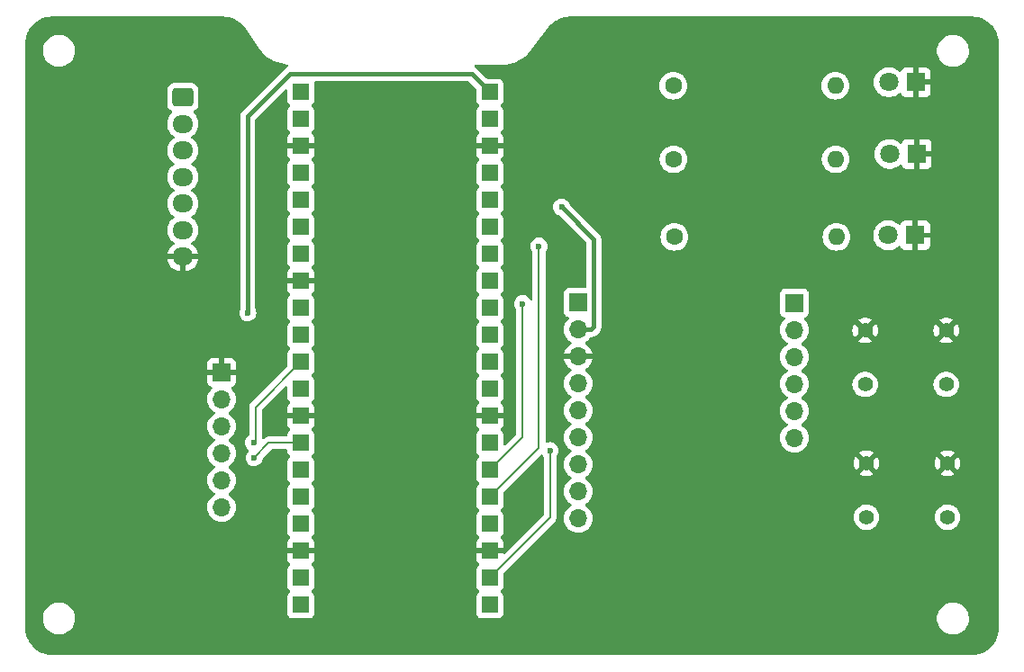
<source format=gbr>
%TF.GenerationSoftware,KiCad,Pcbnew,8.0.9-unknown-202502181922~c4009544a9~ubuntu24.04.1*%
%TF.CreationDate,2025-03-05T23:49:28+05:30*%
%TF.ProjectId,CircuitDesign_AEDTrainer,43697263-7569-4744-9465-7369676e5f41,rev?*%
%TF.SameCoordinates,Original*%
%TF.FileFunction,Copper,L2,Bot*%
%TF.FilePolarity,Positive*%
%FSLAX46Y46*%
G04 Gerber Fmt 4.6, Leading zero omitted, Abs format (unit mm)*
G04 Created by KiCad (PCBNEW 8.0.9-unknown-202502181922~c4009544a9~ubuntu24.04.1) date 2025-03-05 23:49:28*
%MOMM*%
%LPD*%
G01*
G04 APERTURE LIST*
G04 Aperture macros list*
%AMRoundRect*
0 Rectangle with rounded corners*
0 $1 Rounding radius*
0 $2 $3 $4 $5 $6 $7 $8 $9 X,Y pos of 4 corners*
0 Add a 4 corners polygon primitive as box body*
4,1,4,$2,$3,$4,$5,$6,$7,$8,$9,$2,$3,0*
0 Add four circle primitives for the rounded corners*
1,1,$1+$1,$2,$3*
1,1,$1+$1,$4,$5*
1,1,$1+$1,$6,$7*
1,1,$1+$1,$8,$9*
0 Add four rect primitives between the rounded corners*
20,1,$1+$1,$2,$3,$4,$5,0*
20,1,$1+$1,$4,$5,$6,$7,0*
20,1,$1+$1,$6,$7,$8,$9,0*
20,1,$1+$1,$8,$9,$2,$3,0*%
G04 Aperture macros list end*
%TA.AperFunction,ComponentPad*%
%ADD10R,1.508000X1.508000*%
%TD*%
%TA.AperFunction,ComponentPad*%
%ADD11C,1.397000*%
%TD*%
%TA.AperFunction,ComponentPad*%
%ADD12C,1.600000*%
%TD*%
%TA.AperFunction,ComponentPad*%
%ADD13O,1.600000X1.600000*%
%TD*%
%TA.AperFunction,ComponentPad*%
%ADD14R,1.700000X1.700000*%
%TD*%
%TA.AperFunction,ComponentPad*%
%ADD15O,1.700000X1.700000*%
%TD*%
%TA.AperFunction,ComponentPad*%
%ADD16RoundRect,0.250000X-0.725000X0.600000X-0.725000X-0.600000X0.725000X-0.600000X0.725000X0.600000X0*%
%TD*%
%TA.AperFunction,ComponentPad*%
%ADD17O,1.950000X1.700000*%
%TD*%
%TA.AperFunction,ComponentPad*%
%ADD18R,1.800000X1.800000*%
%TD*%
%TA.AperFunction,ComponentPad*%
%ADD19C,1.800000*%
%TD*%
%TA.AperFunction,ViaPad*%
%ADD20C,1.200000*%
%TD*%
%TA.AperFunction,ViaPad*%
%ADD21C,0.600000*%
%TD*%
%TA.AperFunction,Conductor*%
%ADD22C,0.400000*%
%TD*%
%TA.AperFunction,Conductor*%
%ADD23C,0.200000*%
%TD*%
G04 APERTURE END LIST*
D10*
%TO.P,U1,3V3,3V3*%
%TO.N,/3V3*%
X134191200Y-75441200D03*
%TO.P,U1,3V3_EN,3V3_EN*%
%TO.N,unconnected-(U1-Pad3V3_EN)*%
X134191200Y-72901200D03*
%TO.P,U1,ADC_VREF,ADC_VREF*%
%TO.N,unconnected-(U1-PadADC_VREF)*%
X134191200Y-77981200D03*
%TO.P,U1,AGND,AGND*%
%TO.N,unconnected-(U1-PadAGND)*%
X134191200Y-83061200D03*
%TO.P,U1,GND,GND*%
%TO.N,GND*%
X134191200Y-70361200D03*
%TO.P,U1,GND2,GND2*%
X134191200Y-95761200D03*
%TO.P,U1,GND3,GND3*%
X134191200Y-108461200D03*
%TO.P,U1,GND4,GND4*%
X116411200Y-70361200D03*
%TO.P,U1,GND5,GND5*%
X116411200Y-83061200D03*
%TO.P,U1,GND6,GND6*%
X116411200Y-95761200D03*
%TO.P,U1,GND7,GND7*%
X116411200Y-108461200D03*
%TO.P,U1,GP0,GP0*%
%TO.N,unconnected-(U1-PadGP0)*%
X116411200Y-65281200D03*
%TO.P,U1,GP1,GP1*%
%TO.N,unconnected-(U1-PadGP1)*%
X116411200Y-67821200D03*
%TO.P,U1,GP2,GP2*%
%TO.N,/GPIO_2*%
X116411200Y-72901200D03*
%TO.P,U1,GP3,GP3*%
%TO.N,/GPIO_3*%
X116411200Y-75441200D03*
%TO.P,U1,GP4,GP4*%
%TO.N,/GPIO_4*%
X116411200Y-77981200D03*
%TO.P,U1,GP5,GP5*%
%TO.N,/GPIO_5*%
X116411200Y-80521200D03*
%TO.P,U1,GP6,GP6*%
%TO.N,/GPIO_6*%
X116411200Y-85601200D03*
%TO.P,U1,GP7,GP7*%
%TO.N,/GPIO_7*%
X116411200Y-88141200D03*
%TO.P,U1,GP8,GP8*%
%TO.N,/MOSI*%
X116411200Y-90681200D03*
%TO.P,U1,GP9,GP9*%
%TO.N,unconnected-(U1-PadGP9)*%
X116411200Y-93221200D03*
%TO.P,U1,GP10,GP10*%
%TO.N,/SCK*%
X116411200Y-98301200D03*
%TO.P,U1,GP11,GP11*%
%TO.N,/MISO*%
X116411200Y-100841200D03*
%TO.P,U1,GP12,GP12*%
%TO.N,unconnected-(U1-PadGP12)*%
X116411200Y-103381200D03*
%TO.P,U1,GP13,GP13*%
%TO.N,/CS*%
X116411200Y-105921200D03*
%TO.P,U1,GP14,GP14*%
%TO.N,/PLAY*%
X116411200Y-111001200D03*
%TO.P,U1,GP15,GP15*%
%TO.N,/PAUSE*%
X116411200Y-113541200D03*
%TO.P,U1,GP16,GP16*%
%TO.N,/BCLK*%
X134191200Y-113541200D03*
%TO.P,U1,GP17,GP17*%
%TO.N,/WSEL*%
X134191200Y-111001200D03*
%TO.P,U1,GP18,GP18*%
%TO.N,/DIN*%
X134191200Y-105921200D03*
%TO.P,U1,GP19,GP19*%
%TO.N,/LED_0*%
X134191200Y-103381200D03*
%TO.P,U1,GP20,GP20*%
%TO.N,/LED_1*%
X134191200Y-100841200D03*
%TO.P,U1,GP21,GP21*%
%TO.N,/LED_2*%
X134191200Y-98301200D03*
%TO.P,U1,GP22,GP22*%
%TO.N,unconnected-(U1-PadGP22)*%
X134191200Y-93221200D03*
%TO.P,U1,GP26_A0,GP26_A0*%
%TO.N,unconnected-(U1-PadGP26_A0)*%
X134191200Y-88141200D03*
%TO.P,U1,GP27_A1,GP27_A1*%
%TO.N,unconnected-(U1-PadGP27_A1)*%
X134191200Y-85601200D03*
%TO.P,U1,GP28_A2,GP28_A2*%
%TO.N,unconnected-(U1-PadGP28_A2)*%
X134191200Y-80521200D03*
%TO.P,U1,RUN,RUN*%
%TO.N,unconnected-(U1-PadRUN)*%
X134191200Y-90681200D03*
%TO.P,U1,VBUS,VBUS*%
%TO.N,/VBUS*%
X134191200Y-65281200D03*
%TO.P,U1,VSYS,VSYS*%
%TO.N,unconnected-(U1-PadVSYS)*%
X134191200Y-67821200D03*
%TD*%
D11*
%TO.P,SW3,1,1*%
%TO.N,/PLAY*%
X169590000Y-105290000D03*
X177210000Y-105290000D03*
%TO.P,SW3,2,2*%
%TO.N,GND*%
X169590000Y-100210000D03*
X177210000Y-100210000D03*
%TD*%
%TO.P,SW2,1,1*%
%TO.N,/PAUSE*%
X169465000Y-92790000D03*
X177085000Y-92790000D03*
%TO.P,SW2,2,2*%
%TO.N,GND*%
X169465000Y-87710000D03*
X177085000Y-87710000D03*
%TD*%
D12*
%TO.P,R3,1*%
%TO.N,/LED_2*%
X151530000Y-78900000D03*
D13*
%TO.P,R3,2*%
%TO.N,Net-(D3-A)*%
X166770000Y-78900000D03*
%TD*%
D12*
%TO.P,R2,1*%
%TO.N,/LED_1*%
X151455000Y-71600000D03*
D13*
%TO.P,R2,2*%
%TO.N,Net-(D2-A)*%
X166695000Y-71600000D03*
%TD*%
D12*
%TO.P,R1,1*%
%TO.N,/LED_0*%
X151430000Y-64675000D03*
D13*
%TO.P,R1,2*%
%TO.N,Net-(D1-A)*%
X166670000Y-64675000D03*
%TD*%
D14*
%TO.P,J4,1,Pin_1*%
%TO.N,unconnected-(J4-Pin_1-Pad1)*%
X162825000Y-85125000D03*
D15*
%TO.P,J4,2,Pin_2*%
%TO.N,unconnected-(J4-Pin_2-Pad2)*%
X162825000Y-87665000D03*
%TO.P,J4,3,Pin_3*%
%TO.N,unconnected-(J4-Pin_3-Pad3)*%
X162825000Y-90205000D03*
%TO.P,J4,4,Pin_4*%
%TO.N,unconnected-(J4-Pin_4-Pad4)*%
X162825000Y-92745000D03*
%TO.P,J4,5,Pin_5*%
%TO.N,unconnected-(J4-Pin_5-Pad5)*%
X162825000Y-95285000D03*
%TO.P,J4,6,Pin_6*%
%TO.N,unconnected-(J4-Pin_6-Pad6)*%
X162825000Y-97825000D03*
%TD*%
D14*
%TO.P,J3,1,Pin_1*%
%TO.N,unconnected-(J3-Pin_1-Pad1)*%
X142500000Y-85080000D03*
D15*
%TO.P,J3,2,Pin_2*%
%TO.N,/3V3*%
X142500000Y-87620000D03*
%TO.P,J3,3,Pin_3*%
%TO.N,GND*%
X142500000Y-90160000D03*
%TO.P,J3,4,Pin_4*%
%TO.N,/WSEL*%
X142500000Y-92700000D03*
%TO.P,J3,5,Pin_5*%
%TO.N,/DIN*%
X142500000Y-95240000D03*
%TO.P,J3,6,Pin_6*%
%TO.N,/BCLK*%
X142500000Y-97780000D03*
%TO.P,J3,7,Pin_7*%
%TO.N,unconnected-(J3-Pin_7-Pad7)*%
X142500000Y-100320000D03*
%TO.P,J3,8,Pin_8*%
%TO.N,unconnected-(J3-Pin_8-Pad8)*%
X142500000Y-102860000D03*
%TO.P,J3,9,Pin_9*%
%TO.N,unconnected-(J3-Pin_9-Pad9)*%
X142500000Y-105400000D03*
%TD*%
D16*
%TO.P,J2,1,Pin_1*%
%TO.N,/GPIO_2*%
X105325000Y-65775000D03*
D17*
%TO.P,J2,2,Pin_2*%
%TO.N,/GPIO_3*%
X105325000Y-68275000D03*
%TO.P,J2,3,Pin_3*%
%TO.N,/GPIO_4*%
X105325000Y-70775000D03*
%TO.P,J2,4,Pin_4*%
%TO.N,/GPIO_5*%
X105325000Y-73275000D03*
%TO.P,J2,5,Pin_5*%
%TO.N,/GPIO_6*%
X105325000Y-75775000D03*
%TO.P,J2,6,Pin_6*%
%TO.N,/GPIO_7*%
X105325000Y-78275000D03*
%TO.P,J2,7,Pin_7*%
%TO.N,GND*%
X105325000Y-80775000D03*
%TD*%
D14*
%TO.P,J1,1,Pin_1*%
%TO.N,GND*%
X108975000Y-91650000D03*
D15*
%TO.P,J1,2,Pin_2*%
%TO.N,/VBUS*%
X108975000Y-94190000D03*
%TO.P,J1,3,Pin_3*%
%TO.N,/MISO*%
X108975000Y-96730000D03*
%TO.P,J1,4,Pin_4*%
%TO.N,/MOSI*%
X108975000Y-99270000D03*
%TO.P,J1,5,Pin_5*%
%TO.N,/SCK*%
X108975000Y-101810000D03*
%TO.P,J1,6,Pin_6*%
%TO.N,/CS*%
X108975000Y-104350000D03*
%TD*%
D18*
%TO.P,D3,1,K*%
%TO.N,GND*%
X174170000Y-78750000D03*
D19*
%TO.P,D3,2,A*%
%TO.N,Net-(D3-A)*%
X171630000Y-78750000D03*
%TD*%
D18*
%TO.P,D2,1,K*%
%TO.N,GND*%
X174300000Y-71105000D03*
D19*
%TO.P,D2,2,A*%
%TO.N,Net-(D2-A)*%
X171760000Y-71105000D03*
%TD*%
D18*
%TO.P,D1,1,K*%
%TO.N,GND*%
X174225000Y-64350000D03*
D19*
%TO.P,D1,2,A*%
%TO.N,Net-(D1-A)*%
X171685000Y-64350000D03*
%TD*%
D20*
%TO.N,GND*%
X112250000Y-102950000D03*
X109525000Y-79950000D03*
X113050000Y-70675000D03*
X112900000Y-75750000D03*
X112975000Y-73150000D03*
X109075000Y-72150000D03*
X109100000Y-69750000D03*
X109050000Y-67275000D03*
X166875000Y-83475000D03*
X159800000Y-110400000D03*
X111175000Y-61075000D03*
X106075000Y-113375000D03*
X146200000Y-111175000D03*
X168150000Y-112500000D03*
X153575000Y-90925000D03*
X142950000Y-65775000D03*
X124650000Y-78500000D03*
X97425000Y-86925000D03*
D21*
%TO.N,/VBUS*%
X111425000Y-86050000D03*
%TO.N,/3V3*%
X140925000Y-76100000D03*
%TO.N,/WSEL*%
X139850000Y-99025000D03*
%TO.N,/LED_0*%
X138800000Y-79775000D03*
%TO.N,/LED_1*%
X137275000Y-85200000D03*
%TO.N,/SCK*%
X112025000Y-99675000D03*
%TO.N,/MOSI*%
X111975000Y-98275000D03*
%TD*%
D22*
%TO.N,/VBUS*%
X111425000Y-86050000D02*
X111425000Y-67559400D01*
X115434400Y-63550000D02*
X132460000Y-63550000D01*
X132460000Y-63550000D02*
X134191200Y-65281200D01*
X111425000Y-67559400D02*
X115434400Y-63550000D01*
%TO.N,/3V3*%
X140925000Y-76100000D02*
X143950000Y-79125000D01*
X143950000Y-79125000D02*
X143950000Y-87372081D01*
X143702081Y-87620000D02*
X142500000Y-87620000D01*
X143950000Y-87372081D02*
X143702081Y-87620000D01*
D23*
%TO.N,/WSEL*%
X139850000Y-99025000D02*
X139850000Y-105310400D01*
X139850000Y-105310400D02*
X134191200Y-110969200D01*
X134191200Y-110969200D02*
X134191200Y-111001200D01*
%TO.N,/LED_0*%
X138800000Y-98772400D02*
X134191200Y-103381200D01*
X138800000Y-79775000D02*
X138800000Y-98772400D01*
%TO.N,/LED_1*%
X137275000Y-85200000D02*
X137275000Y-97757400D01*
X137275000Y-97757400D02*
X134191200Y-100841200D01*
%TO.N,/SCK*%
X112025000Y-99675000D02*
X113398800Y-98301200D01*
X113398800Y-98301200D02*
X116411200Y-98301200D01*
%TO.N,/MOSI*%
X112150000Y-94942400D02*
X116411200Y-90681200D01*
X111975000Y-98275000D02*
X112150000Y-98100000D01*
X112150000Y-98100000D02*
X112150000Y-94942400D01*
%TD*%
%TA.AperFunction,Conductor*%
%TO.N,GND*%
G36*
X109155197Y-58175682D02*
G01*
X109416450Y-58189908D01*
X109429847Y-58191372D01*
X109444134Y-58193724D01*
X109684677Y-58233323D01*
X109697813Y-58236227D01*
X109946589Y-58305596D01*
X109959350Y-58309915D01*
X110199114Y-58405873D01*
X110211330Y-58411551D01*
X110439264Y-58532972D01*
X110450799Y-58539946D01*
X110664200Y-58685386D01*
X110674910Y-58693573D01*
X110871258Y-58861316D01*
X110881010Y-58870609D01*
X111024818Y-59023426D01*
X111058000Y-59058687D01*
X111066691Y-59068992D01*
X111223658Y-59277079D01*
X111227570Y-59282570D01*
X111234539Y-59292936D01*
X111234543Y-59292941D01*
X112473184Y-61135550D01*
X112510370Y-61190867D01*
X112510676Y-61191264D01*
X112564758Y-61271756D01*
X112564769Y-61271771D01*
X112782708Y-61536053D01*
X112782717Y-61536063D01*
X112782719Y-61536065D01*
X113025440Y-61777824D01*
X113192104Y-61914155D01*
X113290607Y-61994731D01*
X113575677Y-62184707D01*
X113575683Y-62184710D01*
X113877946Y-62345949D01*
X113877951Y-62345951D01*
X114194492Y-62476900D01*
X114194502Y-62476903D01*
X114194508Y-62476906D01*
X114522344Y-62576329D01*
X114858320Y-62643269D01*
X115120481Y-62669273D01*
X115185248Y-62695478D01*
X115225567Y-62752541D01*
X115228636Y-62822343D01*
X115193479Y-62882723D01*
X115155693Y-62907227D01*
X115102593Y-62929222D01*
X114987854Y-63005887D01*
X110880887Y-67112854D01*
X110833740Y-67183417D01*
X110833739Y-67183418D01*
X110804223Y-67227591D01*
X110751421Y-67355067D01*
X110751418Y-67355077D01*
X110724500Y-67490404D01*
X110724500Y-85624507D01*
X110705494Y-85690478D01*
X110699209Y-85700479D01*
X110639633Y-85870737D01*
X110639630Y-85870750D01*
X110619435Y-86049996D01*
X110619435Y-86050003D01*
X110639630Y-86229249D01*
X110639631Y-86229254D01*
X110699211Y-86399523D01*
X110781287Y-86530145D01*
X110795184Y-86552262D01*
X110922738Y-86679816D01*
X111013080Y-86736582D01*
X111069342Y-86771934D01*
X111075478Y-86775789D01*
X111141800Y-86798996D01*
X111245745Y-86835368D01*
X111245750Y-86835369D01*
X111424996Y-86855565D01*
X111425000Y-86855565D01*
X111425004Y-86855565D01*
X111604249Y-86835369D01*
X111604252Y-86835368D01*
X111604255Y-86835368D01*
X111774522Y-86775789D01*
X111927262Y-86679816D01*
X112054816Y-86552262D01*
X112150789Y-86399522D01*
X112210368Y-86229255D01*
X112211711Y-86217335D01*
X112230565Y-86050003D01*
X112230565Y-86049996D01*
X112210369Y-85870750D01*
X112210366Y-85870737D01*
X112150790Y-85700479D01*
X112144506Y-85690478D01*
X112125500Y-85624507D01*
X112125500Y-67900918D01*
X112145185Y-67833879D01*
X112161814Y-67813242D01*
X114945021Y-65030034D01*
X115006342Y-64996551D01*
X115076034Y-65001535D01*
X115131967Y-65043407D01*
X115156384Y-65108871D01*
X115156700Y-65117717D01*
X115156700Y-66083070D01*
X115156701Y-66083076D01*
X115163108Y-66142683D01*
X115213402Y-66277528D01*
X115213406Y-66277535D01*
X115299652Y-66392744D01*
X115299653Y-66392744D01*
X115299654Y-66392746D01*
X115333999Y-66418457D01*
X115378718Y-66451934D01*
X115420588Y-66507868D01*
X115425572Y-66577560D01*
X115392086Y-66638883D01*
X115378718Y-66650466D01*
X115299652Y-66709655D01*
X115213406Y-66824864D01*
X115213402Y-66824871D01*
X115163108Y-66959717D01*
X115162249Y-66967712D01*
X115156701Y-67019323D01*
X115156700Y-67019335D01*
X115156700Y-68623070D01*
X115156701Y-68623076D01*
X115163108Y-68682683D01*
X115213402Y-68817528D01*
X115213406Y-68817535D01*
X115299652Y-68932744D01*
X115299653Y-68932744D01*
X115299654Y-68932746D01*
X115339978Y-68962932D01*
X115379135Y-68992246D01*
X115421005Y-69048180D01*
X115425989Y-69117872D01*
X115392503Y-69179194D01*
X115379135Y-69190778D01*
X115300009Y-69250012D01*
X115213849Y-69365106D01*
X115213845Y-69365113D01*
X115163603Y-69499820D01*
X115163601Y-69499827D01*
X115157200Y-69559355D01*
X115157200Y-70111200D01*
X115978188Y-70111200D01*
X115945275Y-70168207D01*
X115911200Y-70295374D01*
X115911200Y-70427026D01*
X115945275Y-70554193D01*
X115978188Y-70611200D01*
X115157200Y-70611200D01*
X115157200Y-71163044D01*
X115163601Y-71222572D01*
X115163603Y-71222579D01*
X115213845Y-71357286D01*
X115213849Y-71357293D01*
X115300009Y-71472386D01*
X115379134Y-71531620D01*
X115421005Y-71587554D01*
X115425989Y-71657246D01*
X115392504Y-71718569D01*
X115379135Y-71730153D01*
X115299652Y-71789655D01*
X115213406Y-71904864D01*
X115213402Y-71904871D01*
X115163108Y-72039717D01*
X115159854Y-72069989D01*
X115156701Y-72099323D01*
X115156700Y-72099335D01*
X115156700Y-73703070D01*
X115156701Y-73703076D01*
X115163108Y-73762683D01*
X115213402Y-73897528D01*
X115213406Y-73897535D01*
X115299652Y-74012744D01*
X115299653Y-74012744D01*
X115299654Y-74012746D01*
X115333999Y-74038457D01*
X115378718Y-74071934D01*
X115420588Y-74127868D01*
X115425572Y-74197560D01*
X115392086Y-74258883D01*
X115378718Y-74270466D01*
X115299652Y-74329655D01*
X115213406Y-74444864D01*
X115213402Y-74444871D01*
X115163108Y-74579717D01*
X115159700Y-74611420D01*
X115156701Y-74639323D01*
X115156700Y-74639335D01*
X115156700Y-76243070D01*
X115156701Y-76243076D01*
X115163108Y-76302683D01*
X115213402Y-76437528D01*
X115213406Y-76437535D01*
X115299652Y-76552744D01*
X115299653Y-76552744D01*
X115299654Y-76552746D01*
X115333999Y-76578457D01*
X115378718Y-76611934D01*
X115420588Y-76667868D01*
X115425572Y-76737560D01*
X115392086Y-76798883D01*
X115378718Y-76810466D01*
X115299652Y-76869655D01*
X115213406Y-76984864D01*
X115213402Y-76984871D01*
X115163108Y-77119717D01*
X115156701Y-77179316D01*
X115156701Y-77179323D01*
X115156700Y-77179335D01*
X115156700Y-78783070D01*
X115156701Y-78783076D01*
X115163108Y-78842683D01*
X115213402Y-78977528D01*
X115213406Y-78977535D01*
X115299652Y-79092744D01*
X115299653Y-79092744D01*
X115299654Y-79092746D01*
X115322823Y-79110090D01*
X115378718Y-79151934D01*
X115420588Y-79207868D01*
X115425572Y-79277560D01*
X115392086Y-79338883D01*
X115378718Y-79350466D01*
X115299652Y-79409655D01*
X115213406Y-79524864D01*
X115213402Y-79524871D01*
X115163108Y-79659717D01*
X115156701Y-79719316D01*
X115156701Y-79719323D01*
X115156700Y-79719335D01*
X115156700Y-81323070D01*
X115156701Y-81323076D01*
X115163108Y-81382683D01*
X115213402Y-81517528D01*
X115213406Y-81517535D01*
X115299652Y-81632744D01*
X115299653Y-81632744D01*
X115299654Y-81632746D01*
X115339978Y-81662932D01*
X115379135Y-81692246D01*
X115421005Y-81748180D01*
X115425989Y-81817872D01*
X115392503Y-81879194D01*
X115379135Y-81890778D01*
X115300009Y-81950012D01*
X115213849Y-82065106D01*
X115213845Y-82065113D01*
X115163603Y-82199820D01*
X115163601Y-82199827D01*
X115157200Y-82259355D01*
X115157200Y-82811200D01*
X115978188Y-82811200D01*
X115945275Y-82868207D01*
X115911200Y-82995374D01*
X115911200Y-83127026D01*
X115945275Y-83254193D01*
X115978188Y-83311200D01*
X115157200Y-83311200D01*
X115157200Y-83863044D01*
X115163601Y-83922572D01*
X115163603Y-83922579D01*
X115213845Y-84057286D01*
X115213849Y-84057293D01*
X115300009Y-84172386D01*
X115379134Y-84231620D01*
X115421005Y-84287554D01*
X115425989Y-84357246D01*
X115392504Y-84418569D01*
X115379135Y-84430153D01*
X115299652Y-84489655D01*
X115213406Y-84604864D01*
X115213402Y-84604871D01*
X115163108Y-84739717D01*
X115156701Y-84799316D01*
X115156701Y-84799323D01*
X115156700Y-84799335D01*
X115156700Y-86403070D01*
X115156701Y-86403076D01*
X115163108Y-86462683D01*
X115213402Y-86597528D01*
X115213406Y-86597535D01*
X115299652Y-86712744D01*
X115299653Y-86712744D01*
X115299654Y-86712746D01*
X115333999Y-86738457D01*
X115378718Y-86771934D01*
X115420588Y-86827868D01*
X115425572Y-86897560D01*
X115392086Y-86958883D01*
X115378718Y-86970466D01*
X115299652Y-87029655D01*
X115213406Y-87144864D01*
X115213402Y-87144871D01*
X115163108Y-87279717D01*
X115156701Y-87339316D01*
X115156701Y-87339323D01*
X115156700Y-87339335D01*
X115156700Y-88943070D01*
X115156701Y-88943076D01*
X115163108Y-89002683D01*
X115213402Y-89137528D01*
X115213406Y-89137535D01*
X115299652Y-89252744D01*
X115299653Y-89252744D01*
X115299654Y-89252746D01*
X115333999Y-89278457D01*
X115378718Y-89311934D01*
X115420588Y-89367868D01*
X115425572Y-89437560D01*
X115392086Y-89498883D01*
X115378718Y-89510466D01*
X115299652Y-89569655D01*
X115213406Y-89684864D01*
X115213402Y-89684871D01*
X115163108Y-89819717D01*
X115159531Y-89852993D01*
X115156701Y-89879323D01*
X115156700Y-89879335D01*
X115156700Y-91035102D01*
X115137015Y-91102141D01*
X115120381Y-91122783D01*
X111669481Y-94573682D01*
X111669479Y-94573685D01*
X111627027Y-94647216D01*
X111627026Y-94647217D01*
X111623304Y-94653664D01*
X111590423Y-94710615D01*
X111549499Y-94863343D01*
X111549499Y-94863345D01*
X111549499Y-95031446D01*
X111549500Y-95031459D01*
X111549500Y-97528418D01*
X111529815Y-97595457D01*
X111491475Y-97633410D01*
X111472739Y-97645183D01*
X111472737Y-97645184D01*
X111345184Y-97772737D01*
X111249211Y-97925476D01*
X111189631Y-98095745D01*
X111189630Y-98095750D01*
X111169435Y-98274996D01*
X111169435Y-98275003D01*
X111189630Y-98454249D01*
X111189631Y-98454254D01*
X111249211Y-98624523D01*
X111345184Y-98777262D01*
X111477662Y-98909740D01*
X111476133Y-98911268D01*
X111510304Y-98959952D01*
X111513153Y-99029763D01*
X111480532Y-99087390D01*
X111395183Y-99172739D01*
X111299211Y-99325476D01*
X111239631Y-99495745D01*
X111239630Y-99495750D01*
X111219435Y-99674996D01*
X111219435Y-99675003D01*
X111239630Y-99854249D01*
X111239631Y-99854254D01*
X111299211Y-100024523D01*
X111382136Y-100156496D01*
X111395184Y-100177262D01*
X111522738Y-100304816D01*
X111613080Y-100361582D01*
X111673612Y-100399617D01*
X111675478Y-100400789D01*
X111783036Y-100438425D01*
X111845745Y-100460368D01*
X111845750Y-100460369D01*
X112024996Y-100480565D01*
X112025000Y-100480565D01*
X112025004Y-100480565D01*
X112204249Y-100460369D01*
X112204252Y-100460368D01*
X112204255Y-100460368D01*
X112374522Y-100400789D01*
X112527262Y-100304816D01*
X112654816Y-100177262D01*
X112750789Y-100024522D01*
X112810368Y-99854255D01*
X112820161Y-99767329D01*
X112847226Y-99702918D01*
X112855690Y-99693544D01*
X113611217Y-98938019D01*
X113672540Y-98904534D01*
X113698898Y-98901700D01*
X115032701Y-98901700D01*
X115099740Y-98921385D01*
X115145495Y-98974189D01*
X115156701Y-99025700D01*
X115156701Y-99103076D01*
X115163108Y-99162683D01*
X115213402Y-99297528D01*
X115213406Y-99297535D01*
X115299652Y-99412744D01*
X115299653Y-99412744D01*
X115299654Y-99412746D01*
X115332216Y-99437122D01*
X115378718Y-99471934D01*
X115420588Y-99527868D01*
X115425572Y-99597560D01*
X115392086Y-99658883D01*
X115378718Y-99670466D01*
X115299652Y-99729655D01*
X115213406Y-99844864D01*
X115213402Y-99844871D01*
X115163108Y-99979717D01*
X115156701Y-100039316D01*
X115156701Y-100039323D01*
X115156700Y-100039335D01*
X115156700Y-101643070D01*
X115156701Y-101643076D01*
X115163108Y-101702683D01*
X115213402Y-101837528D01*
X115213406Y-101837535D01*
X115299652Y-101952744D01*
X115299653Y-101952744D01*
X115299654Y-101952746D01*
X115333999Y-101978457D01*
X115378718Y-102011934D01*
X115420588Y-102067868D01*
X115425572Y-102137560D01*
X115392086Y-102198883D01*
X115378718Y-102210466D01*
X115299652Y-102269655D01*
X115213406Y-102384864D01*
X115213402Y-102384871D01*
X115163108Y-102519717D01*
X115156701Y-102579316D01*
X115156701Y-102579323D01*
X115156700Y-102579335D01*
X115156700Y-104183070D01*
X115156701Y-104183076D01*
X115163108Y-104242683D01*
X115213402Y-104377528D01*
X115213406Y-104377535D01*
X115299652Y-104492744D01*
X115299653Y-104492744D01*
X115299654Y-104492746D01*
X115333999Y-104518457D01*
X115378718Y-104551934D01*
X115420588Y-104607868D01*
X115425572Y-104677560D01*
X115392086Y-104738883D01*
X115378718Y-104750466D01*
X115299652Y-104809655D01*
X115213406Y-104924864D01*
X115213402Y-104924871D01*
X115163108Y-105059717D01*
X115156701Y-105119316D01*
X115156701Y-105119323D01*
X115156700Y-105119335D01*
X115156700Y-106723070D01*
X115156701Y-106723076D01*
X115163108Y-106782683D01*
X115213402Y-106917528D01*
X115213406Y-106917535D01*
X115299652Y-107032744D01*
X115299653Y-107032744D01*
X115299654Y-107032746D01*
X115339978Y-107062932D01*
X115379135Y-107092246D01*
X115421005Y-107148180D01*
X115425989Y-107217872D01*
X115392503Y-107279194D01*
X115379135Y-107290778D01*
X115300009Y-107350012D01*
X115213849Y-107465106D01*
X115213845Y-107465113D01*
X115163603Y-107599820D01*
X115163601Y-107599827D01*
X115157200Y-107659355D01*
X115157200Y-108211200D01*
X115978188Y-108211200D01*
X115945275Y-108268207D01*
X115911200Y-108395374D01*
X115911200Y-108527026D01*
X115945275Y-108654193D01*
X115978188Y-108711200D01*
X115157200Y-108711200D01*
X115157200Y-109263044D01*
X115163601Y-109322572D01*
X115163603Y-109322579D01*
X115213845Y-109457286D01*
X115213849Y-109457293D01*
X115300009Y-109572386D01*
X115379134Y-109631620D01*
X115421005Y-109687554D01*
X115425989Y-109757246D01*
X115392504Y-109818569D01*
X115379135Y-109830153D01*
X115299652Y-109889655D01*
X115213406Y-110004864D01*
X115213402Y-110004871D01*
X115163108Y-110139717D01*
X115156701Y-110199316D01*
X115156701Y-110199323D01*
X115156700Y-110199335D01*
X115156700Y-111803070D01*
X115156701Y-111803076D01*
X115163108Y-111862683D01*
X115213402Y-111997528D01*
X115213406Y-111997535D01*
X115299652Y-112112744D01*
X115299653Y-112112744D01*
X115299654Y-112112746D01*
X115333999Y-112138457D01*
X115378718Y-112171934D01*
X115420588Y-112227868D01*
X115425572Y-112297560D01*
X115392086Y-112358883D01*
X115378718Y-112370466D01*
X115299652Y-112429655D01*
X115213406Y-112544864D01*
X115213402Y-112544871D01*
X115163108Y-112679717D01*
X115156701Y-112739316D01*
X115156701Y-112739323D01*
X115156700Y-112739335D01*
X115156700Y-114343070D01*
X115156701Y-114343076D01*
X115163108Y-114402683D01*
X115213402Y-114537528D01*
X115213406Y-114537535D01*
X115299652Y-114652744D01*
X115299655Y-114652747D01*
X115414864Y-114738993D01*
X115414871Y-114738997D01*
X115549717Y-114789291D01*
X115549716Y-114789291D01*
X115556644Y-114790035D01*
X115609327Y-114795700D01*
X117213072Y-114795699D01*
X117272683Y-114789291D01*
X117407531Y-114738996D01*
X117522746Y-114652746D01*
X117608996Y-114537531D01*
X117659291Y-114402683D01*
X117665700Y-114343073D01*
X117665699Y-112739328D01*
X117659291Y-112679717D01*
X117608996Y-112544869D01*
X117608995Y-112544868D01*
X117608993Y-112544864D01*
X117522747Y-112429655D01*
X117522744Y-112429652D01*
X117443682Y-112370466D01*
X117401811Y-112314533D01*
X117396827Y-112244841D01*
X117430313Y-112183518D01*
X117443682Y-112171934D01*
X117488615Y-112138296D01*
X117522746Y-112112746D01*
X117608996Y-111997531D01*
X117659291Y-111862683D01*
X117665700Y-111803073D01*
X117665699Y-110199328D01*
X117659291Y-110139717D01*
X117608996Y-110004869D01*
X117608995Y-110004868D01*
X117608993Y-110004864D01*
X117522747Y-109889655D01*
X117443264Y-109830153D01*
X117401394Y-109774219D01*
X117396410Y-109704527D01*
X117429896Y-109643204D01*
X117443265Y-109631620D01*
X117522391Y-109572386D01*
X117608550Y-109457293D01*
X117608554Y-109457286D01*
X117658796Y-109322579D01*
X117658798Y-109322572D01*
X117665199Y-109263044D01*
X117665200Y-109263027D01*
X117665200Y-108711200D01*
X116844212Y-108711200D01*
X116877125Y-108654193D01*
X116911200Y-108527026D01*
X116911200Y-108395374D01*
X116877125Y-108268207D01*
X116844212Y-108211200D01*
X117665200Y-108211200D01*
X117665200Y-107659372D01*
X117665199Y-107659355D01*
X117658798Y-107599827D01*
X117658796Y-107599820D01*
X117608554Y-107465113D01*
X117608550Y-107465106D01*
X117522390Y-107350012D01*
X117522387Y-107350009D01*
X117443265Y-107290778D01*
X117401394Y-107234844D01*
X117396410Y-107165153D01*
X117429896Y-107103830D01*
X117443264Y-107092246D01*
X117522746Y-107032746D01*
X117608996Y-106917531D01*
X117659291Y-106782683D01*
X117665700Y-106723073D01*
X117665699Y-105119328D01*
X117659291Y-105059717D01*
X117647399Y-105027834D01*
X117608997Y-104924871D01*
X117608993Y-104924864D01*
X117522747Y-104809655D01*
X117522744Y-104809652D01*
X117443682Y-104750466D01*
X117401811Y-104694533D01*
X117396827Y-104624841D01*
X117430313Y-104563518D01*
X117443682Y-104551934D01*
X117488615Y-104518296D01*
X117522746Y-104492746D01*
X117608996Y-104377531D01*
X117659291Y-104242683D01*
X117665700Y-104183073D01*
X117665699Y-102579328D01*
X117659291Y-102519717D01*
X117647399Y-102487834D01*
X117608997Y-102384871D01*
X117608993Y-102384864D01*
X117522747Y-102269655D01*
X117522744Y-102269652D01*
X117443682Y-102210466D01*
X117401811Y-102154533D01*
X117396827Y-102084841D01*
X117430313Y-102023518D01*
X117443682Y-102011934D01*
X117488615Y-101978296D01*
X117522746Y-101952746D01*
X117608996Y-101837531D01*
X117659291Y-101702683D01*
X117665700Y-101643073D01*
X117665699Y-100039328D01*
X117659291Y-99979717D01*
X117647399Y-99947834D01*
X117608997Y-99844871D01*
X117608993Y-99844864D01*
X117522747Y-99729655D01*
X117522744Y-99729652D01*
X117443682Y-99670466D01*
X117401811Y-99614533D01*
X117396827Y-99544841D01*
X117430313Y-99483518D01*
X117443682Y-99471934D01*
X117490184Y-99437122D01*
X117522746Y-99412746D01*
X117608996Y-99297531D01*
X117659291Y-99162683D01*
X117665700Y-99103073D01*
X117665699Y-97499328D01*
X117659291Y-97439717D01*
X117647399Y-97407834D01*
X117608997Y-97304871D01*
X117608993Y-97304864D01*
X117522747Y-97189655D01*
X117443264Y-97130153D01*
X117401394Y-97074219D01*
X117396410Y-97004527D01*
X117429896Y-96943204D01*
X117443265Y-96931620D01*
X117522391Y-96872386D01*
X117608550Y-96757293D01*
X117608554Y-96757286D01*
X117658796Y-96622579D01*
X117658798Y-96622572D01*
X117665199Y-96563044D01*
X117665200Y-96563027D01*
X117665200Y-96011200D01*
X116844212Y-96011200D01*
X116877125Y-95954193D01*
X116911200Y-95827026D01*
X116911200Y-95695374D01*
X116877125Y-95568207D01*
X116844212Y-95511200D01*
X117665200Y-95511200D01*
X117665200Y-94959372D01*
X117665199Y-94959355D01*
X117658798Y-94899827D01*
X117658796Y-94899820D01*
X117608554Y-94765113D01*
X117608550Y-94765106D01*
X117522390Y-94650012D01*
X117522387Y-94650009D01*
X117443265Y-94590778D01*
X117401394Y-94534844D01*
X117396410Y-94465153D01*
X117429896Y-94403830D01*
X117443264Y-94392246D01*
X117522746Y-94332746D01*
X117608996Y-94217531D01*
X117659291Y-94082683D01*
X117665700Y-94023073D01*
X117665699Y-92419328D01*
X117659291Y-92359717D01*
X117657539Y-92355020D01*
X117608997Y-92224871D01*
X117608993Y-92224864D01*
X117522747Y-92109655D01*
X117522744Y-92109652D01*
X117443682Y-92050466D01*
X117401811Y-91994533D01*
X117396827Y-91924841D01*
X117430313Y-91863518D01*
X117443682Y-91851934D01*
X117488615Y-91818296D01*
X117522746Y-91792746D01*
X117608996Y-91677531D01*
X117659291Y-91542683D01*
X117665700Y-91483073D01*
X117665699Y-89879328D01*
X117659291Y-89819717D01*
X117630056Y-89741335D01*
X117608997Y-89684871D01*
X117608993Y-89684864D01*
X117522747Y-89569655D01*
X117522744Y-89569652D01*
X117443682Y-89510466D01*
X117401811Y-89454533D01*
X117396827Y-89384841D01*
X117430313Y-89323518D01*
X117443682Y-89311934D01*
X117488615Y-89278296D01*
X117522746Y-89252746D01*
X117608996Y-89137531D01*
X117659291Y-89002683D01*
X117665700Y-88943073D01*
X117665699Y-87339328D01*
X117659291Y-87279717D01*
X117630056Y-87201335D01*
X117608997Y-87144871D01*
X117608993Y-87144864D01*
X117522747Y-87029655D01*
X117522744Y-87029652D01*
X117443682Y-86970466D01*
X117401811Y-86914533D01*
X117396827Y-86844841D01*
X117430313Y-86783518D01*
X117443682Y-86771934D01*
X117488615Y-86738296D01*
X117522746Y-86712746D01*
X117608996Y-86597531D01*
X117659291Y-86462683D01*
X117665700Y-86403073D01*
X117665699Y-84799328D01*
X117659291Y-84739717D01*
X117658020Y-84736310D01*
X117608997Y-84604871D01*
X117608993Y-84604864D01*
X117522747Y-84489655D01*
X117443264Y-84430153D01*
X117401394Y-84374219D01*
X117396410Y-84304527D01*
X117429896Y-84243204D01*
X117443265Y-84231620D01*
X117522391Y-84172386D01*
X117608550Y-84057293D01*
X117608554Y-84057286D01*
X117658796Y-83922579D01*
X117658798Y-83922572D01*
X117665199Y-83863044D01*
X117665200Y-83863027D01*
X117665200Y-83311200D01*
X116844212Y-83311200D01*
X116877125Y-83254193D01*
X116911200Y-83127026D01*
X116911200Y-82995374D01*
X116877125Y-82868207D01*
X116844212Y-82811200D01*
X117665200Y-82811200D01*
X117665200Y-82259372D01*
X117665199Y-82259355D01*
X117658798Y-82199827D01*
X117658796Y-82199820D01*
X117608554Y-82065113D01*
X117608550Y-82065106D01*
X117522390Y-81950012D01*
X117522387Y-81950009D01*
X117443265Y-81890778D01*
X117401394Y-81834844D01*
X117396410Y-81765153D01*
X117429896Y-81703830D01*
X117443264Y-81692246D01*
X117522746Y-81632746D01*
X117608996Y-81517531D01*
X117659291Y-81382683D01*
X117665700Y-81323073D01*
X117665699Y-79719328D01*
X117659291Y-79659717D01*
X117646576Y-79625627D01*
X117608997Y-79524871D01*
X117608993Y-79524864D01*
X117522747Y-79409655D01*
X117522744Y-79409652D01*
X117443682Y-79350466D01*
X117401811Y-79294533D01*
X117396827Y-79224841D01*
X117430313Y-79163518D01*
X117443682Y-79151934D01*
X117499577Y-79110090D01*
X117522746Y-79092746D01*
X117608996Y-78977531D01*
X117659291Y-78842683D01*
X117665700Y-78783073D01*
X117665699Y-77179328D01*
X117659291Y-77119717D01*
X117656196Y-77111420D01*
X117608997Y-76984871D01*
X117608993Y-76984864D01*
X117522747Y-76869655D01*
X117522744Y-76869652D01*
X117443682Y-76810466D01*
X117401811Y-76754533D01*
X117396827Y-76684841D01*
X117430313Y-76623518D01*
X117443682Y-76611934D01*
X117488615Y-76578296D01*
X117522746Y-76552746D01*
X117608996Y-76437531D01*
X117659291Y-76302683D01*
X117665700Y-76243073D01*
X117665699Y-74639328D01*
X117659291Y-74579717D01*
X117648067Y-74549625D01*
X117608997Y-74444871D01*
X117608993Y-74444864D01*
X117522747Y-74329655D01*
X117522744Y-74329652D01*
X117443682Y-74270466D01*
X117401811Y-74214533D01*
X117396827Y-74144841D01*
X117430313Y-74083518D01*
X117443682Y-74071934D01*
X117488615Y-74038296D01*
X117522746Y-74012746D01*
X117608996Y-73897531D01*
X117659291Y-73762683D01*
X117665700Y-73703073D01*
X117665699Y-72099328D01*
X117659291Y-72039717D01*
X117632599Y-71968153D01*
X117608997Y-71904871D01*
X117608993Y-71904864D01*
X117522747Y-71789655D01*
X117443264Y-71730153D01*
X117401394Y-71674219D01*
X117396410Y-71604527D01*
X117429896Y-71543204D01*
X117443265Y-71531620D01*
X117522391Y-71472386D01*
X117608550Y-71357293D01*
X117608554Y-71357286D01*
X117658796Y-71222579D01*
X117658798Y-71222572D01*
X117665199Y-71163044D01*
X117665200Y-71163027D01*
X117665200Y-70611200D01*
X116844212Y-70611200D01*
X116877125Y-70554193D01*
X116911200Y-70427026D01*
X116911200Y-70295374D01*
X116877125Y-70168207D01*
X116844212Y-70111200D01*
X117665200Y-70111200D01*
X117665200Y-69559372D01*
X117665199Y-69559355D01*
X117658798Y-69499827D01*
X117658796Y-69499820D01*
X117608554Y-69365113D01*
X117608550Y-69365106D01*
X117522390Y-69250012D01*
X117522387Y-69250009D01*
X117443265Y-69190778D01*
X117401394Y-69134844D01*
X117396410Y-69065153D01*
X117429896Y-69003830D01*
X117443264Y-68992246D01*
X117522746Y-68932746D01*
X117608996Y-68817531D01*
X117659291Y-68682683D01*
X117665700Y-68623073D01*
X117665699Y-67019328D01*
X117659291Y-66959717D01*
X117616003Y-66843657D01*
X117608997Y-66824871D01*
X117608993Y-66824864D01*
X117522747Y-66709655D01*
X117522744Y-66709652D01*
X117443682Y-66650466D01*
X117401811Y-66594533D01*
X117396827Y-66524841D01*
X117430313Y-66463518D01*
X117443682Y-66451934D01*
X117488615Y-66418296D01*
X117522746Y-66392746D01*
X117608996Y-66277531D01*
X117659291Y-66142683D01*
X117665700Y-66083073D01*
X117665699Y-64479328D01*
X117659291Y-64419717D01*
X117659068Y-64419119D01*
X117658587Y-64417828D01*
X117658475Y-64416261D01*
X117657508Y-64412169D01*
X117658171Y-64412012D01*
X117653606Y-64348136D01*
X117687094Y-64286814D01*
X117748419Y-64253332D01*
X117774771Y-64250500D01*
X132118481Y-64250500D01*
X132185520Y-64270185D01*
X132206162Y-64286819D01*
X132900381Y-64981038D01*
X132933866Y-65042361D01*
X132936700Y-65068719D01*
X132936700Y-66083070D01*
X132936701Y-66083076D01*
X132943108Y-66142683D01*
X132993402Y-66277528D01*
X132993406Y-66277535D01*
X133079652Y-66392744D01*
X133079653Y-66392744D01*
X133079654Y-66392746D01*
X133113999Y-66418457D01*
X133158718Y-66451934D01*
X133200588Y-66507868D01*
X133205572Y-66577560D01*
X133172086Y-66638883D01*
X133158718Y-66650466D01*
X133079652Y-66709655D01*
X132993406Y-66824864D01*
X132993402Y-66824871D01*
X132943108Y-66959717D01*
X132942249Y-66967712D01*
X132936701Y-67019323D01*
X132936700Y-67019335D01*
X132936700Y-68623070D01*
X132936701Y-68623076D01*
X132943108Y-68682683D01*
X132993402Y-68817528D01*
X132993406Y-68817535D01*
X133079652Y-68932744D01*
X133079653Y-68932744D01*
X133079654Y-68932746D01*
X133119978Y-68962932D01*
X133159135Y-68992246D01*
X133201005Y-69048180D01*
X133205989Y-69117872D01*
X133172503Y-69179194D01*
X133159135Y-69190778D01*
X133080009Y-69250012D01*
X132993849Y-69365106D01*
X132993845Y-69365113D01*
X132943603Y-69499820D01*
X132943601Y-69499827D01*
X132937200Y-69559355D01*
X132937200Y-70111200D01*
X133758188Y-70111200D01*
X133725275Y-70168207D01*
X133691200Y-70295374D01*
X133691200Y-70427026D01*
X133725275Y-70554193D01*
X133758188Y-70611200D01*
X132937200Y-70611200D01*
X132937200Y-71163044D01*
X132943601Y-71222572D01*
X132943603Y-71222579D01*
X132993845Y-71357286D01*
X132993849Y-71357293D01*
X133080009Y-71472386D01*
X133159134Y-71531620D01*
X133201005Y-71587554D01*
X133205989Y-71657246D01*
X133172504Y-71718569D01*
X133159135Y-71730153D01*
X133079652Y-71789655D01*
X132993406Y-71904864D01*
X132993402Y-71904871D01*
X132943108Y-72039717D01*
X132939854Y-72069989D01*
X132936701Y-72099323D01*
X132936700Y-72099335D01*
X132936700Y-73703070D01*
X132936701Y-73703076D01*
X132943108Y-73762683D01*
X132993402Y-73897528D01*
X132993406Y-73897535D01*
X133079652Y-74012744D01*
X133079653Y-74012744D01*
X133079654Y-74012746D01*
X133113999Y-74038457D01*
X133158718Y-74071934D01*
X133200588Y-74127868D01*
X133205572Y-74197560D01*
X133172086Y-74258883D01*
X133158718Y-74270466D01*
X133079652Y-74329655D01*
X132993406Y-74444864D01*
X132993402Y-74444871D01*
X132943108Y-74579717D01*
X132939700Y-74611420D01*
X132936701Y-74639323D01*
X132936700Y-74639335D01*
X132936700Y-76243070D01*
X132936701Y-76243076D01*
X132943108Y-76302683D01*
X132993402Y-76437528D01*
X132993406Y-76437535D01*
X133079652Y-76552744D01*
X133079653Y-76552744D01*
X133079654Y-76552746D01*
X133113999Y-76578457D01*
X133158718Y-76611934D01*
X133200588Y-76667868D01*
X133205572Y-76737560D01*
X133172086Y-76798883D01*
X133158718Y-76810466D01*
X133079652Y-76869655D01*
X132993406Y-76984864D01*
X132993402Y-76984871D01*
X132943108Y-77119717D01*
X132936701Y-77179316D01*
X132936701Y-77179323D01*
X132936700Y-77179335D01*
X132936700Y-78783070D01*
X132936701Y-78783076D01*
X132943108Y-78842683D01*
X132993402Y-78977528D01*
X132993406Y-78977535D01*
X133079652Y-79092744D01*
X133079653Y-79092744D01*
X133079654Y-79092746D01*
X133102823Y-79110090D01*
X133158718Y-79151934D01*
X133200588Y-79207868D01*
X133205572Y-79277560D01*
X133172086Y-79338883D01*
X133158718Y-79350466D01*
X133079652Y-79409655D01*
X132993406Y-79524864D01*
X132993402Y-79524871D01*
X132943108Y-79659717D01*
X132936701Y-79719316D01*
X132936701Y-79719323D01*
X132936700Y-79719335D01*
X132936700Y-81323070D01*
X132936701Y-81323076D01*
X132943108Y-81382683D01*
X132993402Y-81517528D01*
X132993406Y-81517535D01*
X133079652Y-81632744D01*
X133079653Y-81632744D01*
X133079654Y-81632746D01*
X133113999Y-81658457D01*
X133158718Y-81691934D01*
X133200588Y-81747868D01*
X133205572Y-81817560D01*
X133172086Y-81878883D01*
X133158718Y-81890466D01*
X133079652Y-81949655D01*
X132993406Y-82064864D01*
X132993402Y-82064871D01*
X132943108Y-82199717D01*
X132936701Y-82259316D01*
X132936701Y-82259323D01*
X132936700Y-82259335D01*
X132936700Y-83863070D01*
X132936701Y-83863076D01*
X132943108Y-83922683D01*
X132993402Y-84057528D01*
X132993406Y-84057535D01*
X133079652Y-84172744D01*
X133079653Y-84172744D01*
X133079654Y-84172746D01*
X133092196Y-84182135D01*
X133158718Y-84231934D01*
X133200588Y-84287868D01*
X133205572Y-84357560D01*
X133172086Y-84418883D01*
X133158718Y-84430466D01*
X133079652Y-84489655D01*
X132993406Y-84604864D01*
X132993402Y-84604871D01*
X132943108Y-84739717D01*
X132936701Y-84799316D01*
X132936701Y-84799323D01*
X132936700Y-84799335D01*
X132936700Y-86403070D01*
X132936701Y-86403076D01*
X132943108Y-86462683D01*
X132993402Y-86597528D01*
X132993406Y-86597535D01*
X133079652Y-86712744D01*
X133079653Y-86712744D01*
X133079654Y-86712746D01*
X133113999Y-86738457D01*
X133158718Y-86771934D01*
X133200588Y-86827868D01*
X133205572Y-86897560D01*
X133172086Y-86958883D01*
X133158718Y-86970466D01*
X133079652Y-87029655D01*
X132993406Y-87144864D01*
X132993402Y-87144871D01*
X132943108Y-87279717D01*
X132936701Y-87339316D01*
X132936701Y-87339323D01*
X132936700Y-87339335D01*
X132936700Y-88943070D01*
X132936701Y-88943076D01*
X132943108Y-89002683D01*
X132993402Y-89137528D01*
X132993406Y-89137535D01*
X133079652Y-89252744D01*
X133079653Y-89252744D01*
X133079654Y-89252746D01*
X133113999Y-89278457D01*
X133158718Y-89311934D01*
X133200588Y-89367868D01*
X133205572Y-89437560D01*
X133172086Y-89498883D01*
X133158718Y-89510466D01*
X133079652Y-89569655D01*
X132993406Y-89684864D01*
X132993402Y-89684871D01*
X132943108Y-89819717D01*
X132939531Y-89852993D01*
X132936701Y-89879323D01*
X132936700Y-89879335D01*
X132936700Y-91483070D01*
X132936701Y-91483076D01*
X132943108Y-91542683D01*
X132993402Y-91677528D01*
X132993406Y-91677535D01*
X133079652Y-91792744D01*
X133079653Y-91792744D01*
X133079654Y-91792746D01*
X133113999Y-91818457D01*
X133158718Y-91851934D01*
X133200588Y-91907868D01*
X133205572Y-91977560D01*
X133172086Y-92038883D01*
X133158718Y-92050466D01*
X133079652Y-92109655D01*
X132993406Y-92224864D01*
X132993402Y-92224871D01*
X132943108Y-92359717D01*
X132936701Y-92419316D01*
X132936701Y-92419323D01*
X132936700Y-92419335D01*
X132936700Y-94023070D01*
X132936701Y-94023076D01*
X132943108Y-94082683D01*
X132993402Y-94217528D01*
X132993406Y-94217535D01*
X133079652Y-94332744D01*
X133079653Y-94332744D01*
X133079654Y-94332746D01*
X133119978Y-94362932D01*
X133159135Y-94392246D01*
X133201005Y-94448180D01*
X133205989Y-94517872D01*
X133172503Y-94579194D01*
X133159135Y-94590778D01*
X133080009Y-94650012D01*
X132993849Y-94765106D01*
X132993845Y-94765113D01*
X132943603Y-94899820D01*
X132943601Y-94899827D01*
X132937200Y-94959355D01*
X132937200Y-95511200D01*
X133758188Y-95511200D01*
X133725275Y-95568207D01*
X133691200Y-95695374D01*
X133691200Y-95827026D01*
X133725275Y-95954193D01*
X133758188Y-96011200D01*
X132937200Y-96011200D01*
X132937200Y-96563044D01*
X132943601Y-96622572D01*
X132943603Y-96622579D01*
X132993845Y-96757286D01*
X132993849Y-96757293D01*
X133080009Y-96872386D01*
X133159134Y-96931620D01*
X133201005Y-96987554D01*
X133205989Y-97057246D01*
X133172504Y-97118569D01*
X133159135Y-97130153D01*
X133079652Y-97189655D01*
X132993406Y-97304864D01*
X132993402Y-97304871D01*
X132943108Y-97439717D01*
X132941218Y-97457301D01*
X132936701Y-97499323D01*
X132936700Y-97499335D01*
X132936700Y-99103070D01*
X132936701Y-99103076D01*
X132943108Y-99162683D01*
X132993402Y-99297528D01*
X132993406Y-99297535D01*
X133079652Y-99412744D01*
X133079653Y-99412744D01*
X133079654Y-99412746D01*
X133112216Y-99437122D01*
X133158718Y-99471934D01*
X133200588Y-99527868D01*
X133205572Y-99597560D01*
X133172086Y-99658883D01*
X133158718Y-99670466D01*
X133079652Y-99729655D01*
X132993406Y-99844864D01*
X132993402Y-99844871D01*
X132943108Y-99979717D01*
X132936701Y-100039316D01*
X132936701Y-100039323D01*
X132936700Y-100039335D01*
X132936700Y-101643070D01*
X132936701Y-101643076D01*
X132943108Y-101702683D01*
X132993402Y-101837528D01*
X132993406Y-101837535D01*
X133079652Y-101952744D01*
X133079653Y-101952744D01*
X133079654Y-101952746D01*
X133113999Y-101978457D01*
X133158718Y-102011934D01*
X133200588Y-102067868D01*
X133205572Y-102137560D01*
X133172086Y-102198883D01*
X133158718Y-102210466D01*
X133079652Y-102269655D01*
X132993406Y-102384864D01*
X132993402Y-102384871D01*
X132943108Y-102519717D01*
X132936701Y-102579316D01*
X132936701Y-102579323D01*
X132936700Y-102579335D01*
X132936700Y-104183070D01*
X132936701Y-104183076D01*
X132943108Y-104242683D01*
X132993402Y-104377528D01*
X132993406Y-104377535D01*
X133079652Y-104492744D01*
X133079653Y-104492744D01*
X133079654Y-104492746D01*
X133113999Y-104518457D01*
X133158718Y-104551934D01*
X133200588Y-104607868D01*
X133205572Y-104677560D01*
X133172086Y-104738883D01*
X133158718Y-104750466D01*
X133079652Y-104809655D01*
X132993406Y-104924864D01*
X132993402Y-104924871D01*
X132943108Y-105059717D01*
X132936701Y-105119316D01*
X132936701Y-105119323D01*
X132936700Y-105119335D01*
X132936700Y-106723070D01*
X132936701Y-106723076D01*
X132943108Y-106782683D01*
X132993402Y-106917528D01*
X132993406Y-106917535D01*
X133079652Y-107032744D01*
X133079653Y-107032744D01*
X133079654Y-107032746D01*
X133119978Y-107062932D01*
X133159135Y-107092246D01*
X133201005Y-107148180D01*
X133205989Y-107217872D01*
X133172503Y-107279194D01*
X133159135Y-107290778D01*
X133080009Y-107350012D01*
X132993849Y-107465106D01*
X132993845Y-107465113D01*
X132943603Y-107599820D01*
X132943601Y-107599827D01*
X132937200Y-107659355D01*
X132937200Y-108211200D01*
X133758188Y-108211200D01*
X133725275Y-108268207D01*
X133691200Y-108395374D01*
X133691200Y-108527026D01*
X133725275Y-108654193D01*
X133758188Y-108711200D01*
X132937200Y-108711200D01*
X132937200Y-109263044D01*
X132943601Y-109322572D01*
X132943603Y-109322579D01*
X132993845Y-109457286D01*
X132993849Y-109457293D01*
X133080009Y-109572386D01*
X133159134Y-109631620D01*
X133201005Y-109687554D01*
X133205989Y-109757246D01*
X133172504Y-109818569D01*
X133159135Y-109830153D01*
X133079652Y-109889655D01*
X132993406Y-110004864D01*
X132993402Y-110004871D01*
X132943108Y-110139717D01*
X132936701Y-110199316D01*
X132936701Y-110199323D01*
X132936700Y-110199335D01*
X132936700Y-111803070D01*
X132936701Y-111803076D01*
X132943108Y-111862683D01*
X132993402Y-111997528D01*
X132993406Y-111997535D01*
X133079652Y-112112744D01*
X133079653Y-112112744D01*
X133079654Y-112112746D01*
X133113999Y-112138457D01*
X133158718Y-112171934D01*
X133200588Y-112227868D01*
X133205572Y-112297560D01*
X133172086Y-112358883D01*
X133158718Y-112370466D01*
X133079652Y-112429655D01*
X132993406Y-112544864D01*
X132993402Y-112544871D01*
X132943108Y-112679717D01*
X132936701Y-112739316D01*
X132936701Y-112739323D01*
X132936700Y-112739335D01*
X132936700Y-114343070D01*
X132936701Y-114343076D01*
X132943108Y-114402683D01*
X132993402Y-114537528D01*
X132993406Y-114537535D01*
X133079652Y-114652744D01*
X133079655Y-114652747D01*
X133194864Y-114738993D01*
X133194871Y-114738997D01*
X133329717Y-114789291D01*
X133329716Y-114789291D01*
X133336644Y-114790035D01*
X133389327Y-114795700D01*
X134993072Y-114795699D01*
X135052683Y-114789291D01*
X135187531Y-114738996D01*
X135230403Y-114706902D01*
X176224500Y-114706902D01*
X176224500Y-114943097D01*
X176261446Y-115176368D01*
X176334433Y-115400996D01*
X176428919Y-115586433D01*
X176441657Y-115611433D01*
X176580483Y-115802510D01*
X176747490Y-115969517D01*
X176938567Y-116108343D01*
X177037991Y-116159002D01*
X177149003Y-116215566D01*
X177149005Y-116215566D01*
X177149008Y-116215568D01*
X177269412Y-116254689D01*
X177373631Y-116288553D01*
X177606903Y-116325500D01*
X177606908Y-116325500D01*
X177843097Y-116325500D01*
X178076368Y-116288553D01*
X178300992Y-116215568D01*
X178511433Y-116108343D01*
X178702510Y-115969517D01*
X178869517Y-115802510D01*
X179008343Y-115611433D01*
X179115568Y-115400992D01*
X179188553Y-115176368D01*
X179192513Y-115151368D01*
X179225500Y-114943097D01*
X179225500Y-114706902D01*
X179188553Y-114473631D01*
X179115566Y-114249003D01*
X179008342Y-114038566D01*
X178990179Y-114013567D01*
X178869517Y-113847490D01*
X178702510Y-113680483D01*
X178511433Y-113541657D01*
X178462368Y-113516657D01*
X178300996Y-113434433D01*
X178076368Y-113361446D01*
X177843097Y-113324500D01*
X177843092Y-113324500D01*
X177606908Y-113324500D01*
X177606903Y-113324500D01*
X177373631Y-113361446D01*
X177149003Y-113434433D01*
X176938566Y-113541657D01*
X176829550Y-113620862D01*
X176747490Y-113680483D01*
X176747488Y-113680485D01*
X176747487Y-113680485D01*
X176580485Y-113847487D01*
X176580485Y-113847488D01*
X176580483Y-113847490D01*
X176520862Y-113929550D01*
X176441657Y-114038566D01*
X176334433Y-114249003D01*
X176261446Y-114473631D01*
X176224500Y-114706902D01*
X135230403Y-114706902D01*
X135302746Y-114652746D01*
X135388996Y-114537531D01*
X135439291Y-114402683D01*
X135445700Y-114343073D01*
X135445699Y-112739328D01*
X135439291Y-112679717D01*
X135388996Y-112544869D01*
X135388995Y-112544868D01*
X135388993Y-112544864D01*
X135302747Y-112429655D01*
X135302744Y-112429652D01*
X135223682Y-112370466D01*
X135181811Y-112314533D01*
X135176827Y-112244841D01*
X135210313Y-112183518D01*
X135223682Y-112171934D01*
X135268615Y-112138296D01*
X135302746Y-112112746D01*
X135388996Y-111997531D01*
X135439291Y-111862683D01*
X135445700Y-111803073D01*
X135445699Y-110615295D01*
X135465384Y-110548257D01*
X135482013Y-110527620D01*
X140330520Y-105679116D01*
X140409577Y-105542184D01*
X140450501Y-105389457D01*
X140450501Y-105231342D01*
X140450501Y-105223747D01*
X140450500Y-105223729D01*
X140450500Y-99607412D01*
X140470185Y-99540373D01*
X140477555Y-99530097D01*
X140479810Y-99527267D01*
X140479816Y-99527262D01*
X140575789Y-99374522D01*
X140635368Y-99204255D01*
X140635369Y-99204249D01*
X140655565Y-99025003D01*
X140655565Y-99024996D01*
X140635369Y-98845750D01*
X140635368Y-98845745D01*
X140621581Y-98806344D01*
X140575789Y-98675478D01*
X140560660Y-98651401D01*
X140523442Y-98592169D01*
X140479816Y-98522738D01*
X140352262Y-98395184D01*
X140199523Y-98299211D01*
X140029254Y-98239631D01*
X140029249Y-98239630D01*
X139850004Y-98219435D01*
X139849996Y-98219435D01*
X139670750Y-98239630D01*
X139670742Y-98239632D01*
X139565454Y-98276474D01*
X139495675Y-98280035D01*
X139435048Y-98245306D01*
X139402821Y-98183312D01*
X139400500Y-98159432D01*
X139400500Y-80357412D01*
X139420185Y-80290373D01*
X139427555Y-80280097D01*
X139429810Y-80277267D01*
X139429816Y-80277262D01*
X139525789Y-80124522D01*
X139585368Y-79954255D01*
X139588499Y-79926468D01*
X139605565Y-79775003D01*
X139605565Y-79774996D01*
X139585369Y-79595750D01*
X139585368Y-79595745D01*
X139530927Y-79440161D01*
X139525789Y-79425478D01*
X139525482Y-79424990D01*
X139471378Y-79338883D01*
X139429816Y-79272738D01*
X139302262Y-79145184D01*
X139272823Y-79126686D01*
X139149523Y-79049211D01*
X138979254Y-78989631D01*
X138979249Y-78989630D01*
X138800004Y-78969435D01*
X138799996Y-78969435D01*
X138620750Y-78989630D01*
X138620745Y-78989631D01*
X138450476Y-79049211D01*
X138297737Y-79145184D01*
X138170184Y-79272737D01*
X138074211Y-79425476D01*
X138014631Y-79595745D01*
X138014630Y-79595750D01*
X137994435Y-79774996D01*
X137994435Y-79775003D01*
X138014630Y-79954249D01*
X138014631Y-79954254D01*
X138074211Y-80124523D01*
X138170185Y-80277263D01*
X138172445Y-80280097D01*
X138173334Y-80282275D01*
X138173889Y-80283158D01*
X138173734Y-80283255D01*
X138198855Y-80344783D01*
X138199500Y-80357412D01*
X138199500Y-84736310D01*
X138179815Y-84803349D01*
X138127011Y-84849104D01*
X138057853Y-84859048D01*
X137994297Y-84830023D01*
X137970507Y-84802283D01*
X137904817Y-84697739D01*
X137777262Y-84570184D01*
X137624523Y-84474211D01*
X137454254Y-84414631D01*
X137454249Y-84414630D01*
X137275004Y-84394435D01*
X137274996Y-84394435D01*
X137095750Y-84414630D01*
X137095745Y-84414631D01*
X136925476Y-84474211D01*
X136772737Y-84570184D01*
X136645184Y-84697737D01*
X136549211Y-84850476D01*
X136489631Y-85020745D01*
X136489630Y-85020750D01*
X136469435Y-85199996D01*
X136469435Y-85200003D01*
X136489630Y-85379249D01*
X136489631Y-85379254D01*
X136549211Y-85549523D01*
X136645185Y-85702263D01*
X136647445Y-85705097D01*
X136648334Y-85707275D01*
X136648889Y-85708158D01*
X136648734Y-85708255D01*
X136673855Y-85769783D01*
X136674500Y-85782412D01*
X136674500Y-97457301D01*
X136654815Y-97524340D01*
X136638181Y-97544982D01*
X135657380Y-98525783D01*
X135596057Y-98559268D01*
X135526365Y-98554284D01*
X135470432Y-98512412D01*
X135446015Y-98446948D01*
X135445699Y-98438102D01*
X135445699Y-97499329D01*
X135445698Y-97499323D01*
X135445697Y-97499316D01*
X135439291Y-97439717D01*
X135427399Y-97407834D01*
X135388997Y-97304871D01*
X135388993Y-97304864D01*
X135302747Y-97189655D01*
X135223264Y-97130153D01*
X135181394Y-97074219D01*
X135176410Y-97004527D01*
X135209896Y-96943204D01*
X135223265Y-96931620D01*
X135302391Y-96872386D01*
X135388550Y-96757293D01*
X135388554Y-96757286D01*
X135438796Y-96622579D01*
X135438798Y-96622572D01*
X135445199Y-96563044D01*
X135445200Y-96563027D01*
X135445200Y-96011200D01*
X134624212Y-96011200D01*
X134657125Y-95954193D01*
X134691200Y-95827026D01*
X134691200Y-95695374D01*
X134657125Y-95568207D01*
X134624212Y-95511200D01*
X135445200Y-95511200D01*
X135445200Y-94959372D01*
X135445199Y-94959355D01*
X135438798Y-94899827D01*
X135438796Y-94899820D01*
X135388554Y-94765113D01*
X135388550Y-94765106D01*
X135302390Y-94650012D01*
X135302387Y-94650009D01*
X135223265Y-94590778D01*
X135181394Y-94534844D01*
X135176410Y-94465153D01*
X135209896Y-94403830D01*
X135223264Y-94392246D01*
X135302746Y-94332746D01*
X135388996Y-94217531D01*
X135439291Y-94082683D01*
X135445700Y-94023073D01*
X135445699Y-92419328D01*
X135439291Y-92359717D01*
X135437539Y-92355020D01*
X135388997Y-92224871D01*
X135388993Y-92224864D01*
X135302747Y-92109655D01*
X135302744Y-92109652D01*
X135223682Y-92050466D01*
X135181811Y-91994533D01*
X135176827Y-91924841D01*
X135210313Y-91863518D01*
X135223682Y-91851934D01*
X135268615Y-91818296D01*
X135302746Y-91792746D01*
X135388996Y-91677531D01*
X135439291Y-91542683D01*
X135445700Y-91483073D01*
X135445699Y-89879328D01*
X135439291Y-89819717D01*
X135410056Y-89741335D01*
X135388997Y-89684871D01*
X135388993Y-89684864D01*
X135302747Y-89569655D01*
X135302744Y-89569652D01*
X135223682Y-89510466D01*
X135181811Y-89454533D01*
X135176827Y-89384841D01*
X135210313Y-89323518D01*
X135223682Y-89311934D01*
X135268615Y-89278296D01*
X135302746Y-89252746D01*
X135388996Y-89137531D01*
X135439291Y-89002683D01*
X135445700Y-88943073D01*
X135445699Y-87339328D01*
X135439291Y-87279717D01*
X135410056Y-87201335D01*
X135388997Y-87144871D01*
X135388993Y-87144864D01*
X135302747Y-87029655D01*
X135302744Y-87029652D01*
X135223682Y-86970466D01*
X135181811Y-86914533D01*
X135176827Y-86844841D01*
X135210313Y-86783518D01*
X135223682Y-86771934D01*
X135268615Y-86738296D01*
X135302746Y-86712746D01*
X135388996Y-86597531D01*
X135439291Y-86462683D01*
X135445700Y-86403073D01*
X135445699Y-84799328D01*
X135439291Y-84739717D01*
X135438020Y-84736310D01*
X135388997Y-84604871D01*
X135388993Y-84604864D01*
X135302747Y-84489655D01*
X135302744Y-84489652D01*
X135223682Y-84430466D01*
X135181811Y-84374533D01*
X135176827Y-84304841D01*
X135210313Y-84243518D01*
X135223682Y-84231934D01*
X135290204Y-84182135D01*
X135302746Y-84172746D01*
X135388996Y-84057531D01*
X135439291Y-83922683D01*
X135445700Y-83863073D01*
X135445699Y-82259328D01*
X135439291Y-82199717D01*
X135410315Y-82122029D01*
X135388997Y-82064871D01*
X135388993Y-82064864D01*
X135302747Y-81949655D01*
X135302744Y-81949652D01*
X135223682Y-81890466D01*
X135181811Y-81834533D01*
X135176827Y-81764841D01*
X135210313Y-81703518D01*
X135223682Y-81691934D01*
X135268615Y-81658296D01*
X135302746Y-81632746D01*
X135388996Y-81517531D01*
X135439291Y-81382683D01*
X135445700Y-81323073D01*
X135445699Y-79719328D01*
X135439291Y-79659717D01*
X135426576Y-79625627D01*
X135388997Y-79524871D01*
X135388993Y-79524864D01*
X135302747Y-79409655D01*
X135302744Y-79409652D01*
X135223682Y-79350466D01*
X135181811Y-79294533D01*
X135176827Y-79224841D01*
X135210313Y-79163518D01*
X135223682Y-79151934D01*
X135279577Y-79110090D01*
X135302746Y-79092746D01*
X135388996Y-78977531D01*
X135439291Y-78842683D01*
X135445700Y-78783073D01*
X135445699Y-77179328D01*
X135439291Y-77119717D01*
X135436196Y-77111420D01*
X135388997Y-76984871D01*
X135388993Y-76984864D01*
X135302747Y-76869655D01*
X135302744Y-76869652D01*
X135223682Y-76810466D01*
X135181811Y-76754533D01*
X135176827Y-76684841D01*
X135210313Y-76623518D01*
X135223682Y-76611934D01*
X135268615Y-76578296D01*
X135302746Y-76552746D01*
X135388996Y-76437531D01*
X135439291Y-76302683D01*
X135445700Y-76243073D01*
X135445700Y-76099996D01*
X140119435Y-76099996D01*
X140119435Y-76100003D01*
X140139630Y-76279249D01*
X140139631Y-76279254D01*
X140199211Y-76449523D01*
X140295184Y-76602262D01*
X140422738Y-76729816D01*
X140462075Y-76754533D01*
X140551091Y-76810466D01*
X140575478Y-76825789D01*
X140678984Y-76862007D01*
X140725710Y-76891367D01*
X143213181Y-79378838D01*
X143246666Y-79440161D01*
X143249500Y-79466519D01*
X143249500Y-83605500D01*
X143229815Y-83672539D01*
X143177011Y-83718294D01*
X143125500Y-83729500D01*
X141602129Y-83729500D01*
X141602123Y-83729501D01*
X141542516Y-83735908D01*
X141407671Y-83786202D01*
X141407664Y-83786206D01*
X141292455Y-83872452D01*
X141292452Y-83872455D01*
X141206206Y-83987664D01*
X141206202Y-83987671D01*
X141155908Y-84122517D01*
X141149501Y-84182116D01*
X141149500Y-84182135D01*
X141149500Y-85977870D01*
X141149501Y-85977876D01*
X141155908Y-86037483D01*
X141206202Y-86172328D01*
X141206206Y-86172335D01*
X141292452Y-86287544D01*
X141292455Y-86287547D01*
X141407664Y-86373793D01*
X141407671Y-86373797D01*
X141539081Y-86422810D01*
X141595015Y-86464681D01*
X141619432Y-86530145D01*
X141604580Y-86598418D01*
X141583430Y-86626673D01*
X141461503Y-86748600D01*
X141325965Y-86942169D01*
X141325964Y-86942171D01*
X141226098Y-87156335D01*
X141226094Y-87156344D01*
X141164938Y-87384586D01*
X141164936Y-87384596D01*
X141144341Y-87619999D01*
X141144341Y-87620000D01*
X141164936Y-87855403D01*
X141164938Y-87855413D01*
X141226094Y-88083655D01*
X141226096Y-88083659D01*
X141226097Y-88083663D01*
X141254605Y-88144798D01*
X141325965Y-88297830D01*
X141325967Y-88297834D01*
X141434281Y-88452521D01*
X141461505Y-88491401D01*
X141628599Y-88658495D01*
X141812764Y-88787449D01*
X141814594Y-88788730D01*
X141858219Y-88843307D01*
X141865413Y-88912805D01*
X141833890Y-88975160D01*
X141814595Y-88991880D01*
X141628922Y-89121890D01*
X141628920Y-89121891D01*
X141461891Y-89288920D01*
X141461886Y-89288926D01*
X141326400Y-89482420D01*
X141326399Y-89482422D01*
X141226570Y-89696507D01*
X141226567Y-89696513D01*
X141169364Y-89909999D01*
X141169364Y-89910000D01*
X142066988Y-89910000D01*
X142034075Y-89967007D01*
X142000000Y-90094174D01*
X142000000Y-90225826D01*
X142034075Y-90352993D01*
X142066988Y-90410000D01*
X141169364Y-90410000D01*
X141226567Y-90623486D01*
X141226570Y-90623492D01*
X141326399Y-90837578D01*
X141461894Y-91031082D01*
X141628917Y-91198105D01*
X141814595Y-91328119D01*
X141858219Y-91382696D01*
X141865412Y-91452195D01*
X141833890Y-91514549D01*
X141814595Y-91531269D01*
X141628594Y-91661508D01*
X141461505Y-91828597D01*
X141325965Y-92022169D01*
X141325964Y-92022171D01*
X141226098Y-92236335D01*
X141226094Y-92236344D01*
X141164938Y-92464586D01*
X141164936Y-92464596D01*
X141144341Y-92699999D01*
X141144341Y-92700000D01*
X141164936Y-92935403D01*
X141164938Y-92935413D01*
X141226094Y-93163655D01*
X141226096Y-93163659D01*
X141226097Y-93163663D01*
X141298345Y-93318599D01*
X141325965Y-93377830D01*
X141325967Y-93377834D01*
X141461501Y-93571395D01*
X141461506Y-93571402D01*
X141628597Y-93738493D01*
X141628603Y-93738498D01*
X141814158Y-93868425D01*
X141857783Y-93923002D01*
X141864977Y-93992500D01*
X141833454Y-94054855D01*
X141814158Y-94071575D01*
X141628597Y-94201505D01*
X141461505Y-94368597D01*
X141325965Y-94562169D01*
X141325964Y-94562171D01*
X141226098Y-94776335D01*
X141226094Y-94776344D01*
X141164938Y-95004586D01*
X141164936Y-95004596D01*
X141144341Y-95239999D01*
X141144341Y-95240000D01*
X141164936Y-95475403D01*
X141164938Y-95475413D01*
X141226094Y-95703655D01*
X141226096Y-95703659D01*
X141226097Y-95703663D01*
X141298344Y-95858597D01*
X141325965Y-95917830D01*
X141325967Y-95917834D01*
X141461501Y-96111395D01*
X141461506Y-96111402D01*
X141628597Y-96278493D01*
X141628603Y-96278498D01*
X141814158Y-96408425D01*
X141857783Y-96463002D01*
X141864977Y-96532500D01*
X141833454Y-96594855D01*
X141814158Y-96611575D01*
X141628597Y-96741505D01*
X141461505Y-96908597D01*
X141325965Y-97102169D01*
X141325964Y-97102171D01*
X141226098Y-97316335D01*
X141226094Y-97316344D01*
X141164938Y-97544586D01*
X141164936Y-97544596D01*
X141144341Y-97779999D01*
X141144341Y-97780000D01*
X141164936Y-98015403D01*
X141164938Y-98015413D01*
X141226094Y-98243655D01*
X141226096Y-98243659D01*
X141226097Y-98243663D01*
X141252000Y-98299211D01*
X141325965Y-98457830D01*
X141325967Y-98457834D01*
X141461501Y-98651395D01*
X141461506Y-98651402D01*
X141628597Y-98818493D01*
X141628603Y-98818498D01*
X141814158Y-98948425D01*
X141857783Y-99003002D01*
X141864977Y-99072500D01*
X141833454Y-99134855D01*
X141814158Y-99151575D01*
X141628597Y-99281505D01*
X141461505Y-99448597D01*
X141325965Y-99642169D01*
X141325964Y-99642171D01*
X141226098Y-99856335D01*
X141226094Y-99856344D01*
X141164938Y-100084586D01*
X141164936Y-100084596D01*
X141144341Y-100319999D01*
X141144341Y-100320000D01*
X141164936Y-100555403D01*
X141164938Y-100555413D01*
X141226094Y-100783655D01*
X141226096Y-100783659D01*
X141226097Y-100783663D01*
X141298344Y-100938597D01*
X141325965Y-100997830D01*
X141325967Y-100997834D01*
X141461501Y-101191395D01*
X141461506Y-101191402D01*
X141628597Y-101358493D01*
X141628603Y-101358498D01*
X141814158Y-101488425D01*
X141857783Y-101543002D01*
X141864977Y-101612500D01*
X141833454Y-101674855D01*
X141814158Y-101691575D01*
X141628597Y-101821505D01*
X141461505Y-101988597D01*
X141325965Y-102182169D01*
X141325964Y-102182171D01*
X141226098Y-102396335D01*
X141226094Y-102396344D01*
X141164938Y-102624586D01*
X141164936Y-102624596D01*
X141144341Y-102859999D01*
X141144341Y-102860000D01*
X141164936Y-103095403D01*
X141164938Y-103095413D01*
X141226094Y-103323655D01*
X141226096Y-103323659D01*
X141226097Y-103323663D01*
X141298344Y-103478597D01*
X141325965Y-103537830D01*
X141325967Y-103537834D01*
X141461501Y-103731395D01*
X141461506Y-103731402D01*
X141628597Y-103898493D01*
X141628603Y-103898498D01*
X141814158Y-104028425D01*
X141857783Y-104083002D01*
X141864977Y-104152500D01*
X141833454Y-104214855D01*
X141814158Y-104231575D01*
X141628597Y-104361505D01*
X141461505Y-104528597D01*
X141325965Y-104722169D01*
X141325964Y-104722171D01*
X141226098Y-104936335D01*
X141226094Y-104936344D01*
X141164938Y-105164586D01*
X141164936Y-105164596D01*
X141144341Y-105399999D01*
X141144341Y-105400000D01*
X141164936Y-105635403D01*
X141164938Y-105635413D01*
X141226094Y-105863655D01*
X141226096Y-105863659D01*
X141226097Y-105863663D01*
X141325965Y-106077830D01*
X141325967Y-106077834D01*
X141434281Y-106232521D01*
X141461505Y-106271401D01*
X141628599Y-106438495D01*
X141700728Y-106489000D01*
X141822165Y-106574032D01*
X141822167Y-106574033D01*
X141822170Y-106574035D01*
X142036337Y-106673903D01*
X142264592Y-106735063D01*
X142452918Y-106751539D01*
X142499999Y-106755659D01*
X142500000Y-106755659D01*
X142500001Y-106755659D01*
X142539234Y-106752226D01*
X142735408Y-106735063D01*
X142963663Y-106673903D01*
X143177830Y-106574035D01*
X143371401Y-106438495D01*
X143538495Y-106271401D01*
X143674035Y-106077830D01*
X143773903Y-105863663D01*
X143835063Y-105635408D01*
X143855659Y-105400000D01*
X143846035Y-105289999D01*
X168385863Y-105289999D01*
X168385863Y-105290000D01*
X168406365Y-105511259D01*
X168406366Y-105511261D01*
X168467174Y-105724979D01*
X168467180Y-105724994D01*
X168566222Y-105923896D01*
X168700133Y-106101224D01*
X168864344Y-106250921D01*
X168864346Y-106250923D01*
X169053266Y-106367897D01*
X169053272Y-106367900D01*
X169082206Y-106379109D01*
X169260472Y-106448170D01*
X169478896Y-106489000D01*
X169478899Y-106489000D01*
X169701101Y-106489000D01*
X169701104Y-106489000D01*
X169919528Y-106448170D01*
X170126730Y-106367899D01*
X170315655Y-106250922D01*
X170479868Y-106101222D01*
X170613778Y-105923896D01*
X170712824Y-105724984D01*
X170773634Y-105511260D01*
X170794137Y-105290000D01*
X170794137Y-105289999D01*
X176005863Y-105289999D01*
X176005863Y-105290000D01*
X176026365Y-105511259D01*
X176026366Y-105511261D01*
X176087174Y-105724979D01*
X176087180Y-105724994D01*
X176186222Y-105923896D01*
X176320133Y-106101224D01*
X176484344Y-106250921D01*
X176484346Y-106250923D01*
X176673266Y-106367897D01*
X176673272Y-106367900D01*
X176702206Y-106379109D01*
X176880472Y-106448170D01*
X177098896Y-106489000D01*
X177098899Y-106489000D01*
X177321101Y-106489000D01*
X177321104Y-106489000D01*
X177539528Y-106448170D01*
X177746730Y-106367899D01*
X177935655Y-106250922D01*
X178099868Y-106101222D01*
X178233778Y-105923896D01*
X178332824Y-105724984D01*
X178393634Y-105511260D01*
X178414137Y-105290000D01*
X178408701Y-105231342D01*
X178393634Y-105068740D01*
X178393633Y-105068738D01*
X178391620Y-105061664D01*
X178332824Y-104855016D01*
X178312233Y-104813664D01*
X178252913Y-104694533D01*
X178233778Y-104656104D01*
X178169530Y-104571026D01*
X178099866Y-104478775D01*
X177935655Y-104329078D01*
X177935653Y-104329076D01*
X177746733Y-104212102D01*
X177746727Y-104212099D01*
X177639080Y-104170397D01*
X177539528Y-104131830D01*
X177321104Y-104091000D01*
X177098896Y-104091000D01*
X176880472Y-104131830D01*
X176830695Y-104151113D01*
X176673272Y-104212099D01*
X176673266Y-104212102D01*
X176484346Y-104329076D01*
X176484344Y-104329078D01*
X176320133Y-104478775D01*
X176186222Y-104656103D01*
X176087180Y-104855005D01*
X176087174Y-104855020D01*
X176026366Y-105068738D01*
X176026365Y-105068740D01*
X176005863Y-105289999D01*
X170794137Y-105289999D01*
X170788701Y-105231342D01*
X170773634Y-105068740D01*
X170773633Y-105068738D01*
X170771620Y-105061664D01*
X170712824Y-104855016D01*
X170692233Y-104813664D01*
X170632913Y-104694533D01*
X170613778Y-104656104D01*
X170549530Y-104571026D01*
X170479866Y-104478775D01*
X170315655Y-104329078D01*
X170315653Y-104329076D01*
X170126733Y-104212102D01*
X170126727Y-104212099D01*
X170019080Y-104170397D01*
X169919528Y-104131830D01*
X169701104Y-104091000D01*
X169478896Y-104091000D01*
X169260472Y-104131830D01*
X169210695Y-104151113D01*
X169053272Y-104212099D01*
X169053266Y-104212102D01*
X168864346Y-104329076D01*
X168864344Y-104329078D01*
X168700133Y-104478775D01*
X168566222Y-104656103D01*
X168467180Y-104855005D01*
X168467174Y-104855020D01*
X168406366Y-105068738D01*
X168406365Y-105068740D01*
X168385863Y-105289999D01*
X143846035Y-105289999D01*
X143835063Y-105164592D01*
X143773903Y-104936337D01*
X143674035Y-104722171D01*
X143642799Y-104677560D01*
X143538494Y-104528597D01*
X143371402Y-104361506D01*
X143371396Y-104361501D01*
X143185842Y-104231575D01*
X143142217Y-104176998D01*
X143135023Y-104107500D01*
X143166546Y-104045145D01*
X143185842Y-104028425D01*
X143208026Y-104012891D01*
X143371401Y-103898495D01*
X143538495Y-103731401D01*
X143674035Y-103537830D01*
X143773903Y-103323663D01*
X143835063Y-103095408D01*
X143855659Y-102860000D01*
X143835063Y-102624592D01*
X143773903Y-102396337D01*
X143674035Y-102182171D01*
X143642799Y-102137560D01*
X143538494Y-101988597D01*
X143371402Y-101821506D01*
X143371396Y-101821501D01*
X143185842Y-101691575D01*
X143142217Y-101636998D01*
X143135023Y-101567500D01*
X143166546Y-101505145D01*
X143185842Y-101488425D01*
X143208026Y-101472891D01*
X143371401Y-101358495D01*
X143538495Y-101191401D01*
X143674035Y-100997830D01*
X143773903Y-100783663D01*
X143835063Y-100555408D01*
X143855659Y-100320000D01*
X143854330Y-100304815D01*
X143846035Y-100209999D01*
X168386366Y-100209999D01*
X168386366Y-100210000D01*
X168406859Y-100431166D01*
X168406860Y-100431168D01*
X168467643Y-100644798D01*
X168467649Y-100644813D01*
X168566646Y-100843626D01*
X168566651Y-100843634D01*
X168582209Y-100864235D01*
X169183600Y-100262845D01*
X169183600Y-100263504D01*
X169211295Y-100366865D01*
X169264799Y-100459536D01*
X169340464Y-100535201D01*
X169433135Y-100588705D01*
X169536496Y-100616400D01*
X169537153Y-100616400D01*
X168937761Y-101215790D01*
X168937762Y-101215791D01*
X169053490Y-101287447D01*
X169053496Y-101287450D01*
X169260607Y-101367684D01*
X169478945Y-101408500D01*
X169701055Y-101408500D01*
X169919392Y-101367684D01*
X170126505Y-101287449D01*
X170126506Y-101287448D01*
X170242237Y-101215790D01*
X169642848Y-100616400D01*
X169643504Y-100616400D01*
X169746865Y-100588705D01*
X169839536Y-100535201D01*
X169915201Y-100459536D01*
X169968705Y-100366865D01*
X169996400Y-100263504D01*
X169996400Y-100262847D01*
X170597788Y-100864235D01*
X170597789Y-100864235D01*
X170613349Y-100843632D01*
X170613350Y-100843629D01*
X170712350Y-100644813D01*
X170712356Y-100644798D01*
X170773139Y-100431168D01*
X170773140Y-100431166D01*
X170793634Y-100210000D01*
X170793634Y-100209999D01*
X176006366Y-100209999D01*
X176006366Y-100210000D01*
X176026859Y-100431166D01*
X176026860Y-100431168D01*
X176087643Y-100644798D01*
X176087649Y-100644813D01*
X176186646Y-100843626D01*
X176186651Y-100843634D01*
X176202209Y-100864235D01*
X176803600Y-100262845D01*
X176803600Y-100263504D01*
X176831295Y-100366865D01*
X176884799Y-100459536D01*
X176960464Y-100535201D01*
X177053135Y-100588705D01*
X177156496Y-100616400D01*
X177157153Y-100616400D01*
X176557761Y-101215790D01*
X176557762Y-101215791D01*
X176673490Y-101287447D01*
X176673496Y-101287450D01*
X176880607Y-101367684D01*
X177098945Y-101408500D01*
X177321055Y-101408500D01*
X177539392Y-101367684D01*
X177746505Y-101287449D01*
X177746506Y-101287448D01*
X177862237Y-101215790D01*
X177262848Y-100616400D01*
X177263504Y-100616400D01*
X177366865Y-100588705D01*
X177459536Y-100535201D01*
X177535201Y-100459536D01*
X177588705Y-100366865D01*
X177616400Y-100263504D01*
X177616400Y-100262847D01*
X178217788Y-100864235D01*
X178217789Y-100864235D01*
X178233349Y-100843632D01*
X178233350Y-100843629D01*
X178332350Y-100644813D01*
X178332356Y-100644798D01*
X178393139Y-100431168D01*
X178393140Y-100431166D01*
X178413634Y-100210000D01*
X178413634Y-100209999D01*
X178393140Y-99988833D01*
X178393139Y-99988831D01*
X178332356Y-99775201D01*
X178332350Y-99775186D01*
X178233351Y-99576370D01*
X178233349Y-99576367D01*
X178217788Y-99555762D01*
X177616400Y-100157151D01*
X177616400Y-100156496D01*
X177588705Y-100053135D01*
X177535201Y-99960464D01*
X177459536Y-99884799D01*
X177366865Y-99831295D01*
X177263504Y-99803600D01*
X177262847Y-99803600D01*
X177862237Y-99204208D01*
X177862236Y-99204207D01*
X177746509Y-99132552D01*
X177746503Y-99132549D01*
X177539392Y-99052315D01*
X177321055Y-99011500D01*
X177098945Y-99011500D01*
X176880607Y-99052315D01*
X176673495Y-99132550D01*
X176557761Y-99204208D01*
X177157154Y-99803600D01*
X177156496Y-99803600D01*
X177053135Y-99831295D01*
X176960464Y-99884799D01*
X176884799Y-99960464D01*
X176831295Y-100053135D01*
X176803600Y-100156496D01*
X176803600Y-100157152D01*
X176202210Y-99555762D01*
X176186651Y-99576367D01*
X176186646Y-99576374D01*
X176087649Y-99775186D01*
X176087643Y-99775201D01*
X176026860Y-99988831D01*
X176026859Y-99988833D01*
X176006366Y-100209999D01*
X170793634Y-100209999D01*
X170773140Y-99988833D01*
X170773139Y-99988831D01*
X170712356Y-99775201D01*
X170712350Y-99775186D01*
X170613351Y-99576370D01*
X170613349Y-99576367D01*
X170597788Y-99555762D01*
X169996400Y-100157151D01*
X169996400Y-100156496D01*
X169968705Y-100053135D01*
X169915201Y-99960464D01*
X169839536Y-99884799D01*
X169746865Y-99831295D01*
X169643504Y-99803600D01*
X169642847Y-99803600D01*
X170242237Y-99204208D01*
X170242236Y-99204207D01*
X170126509Y-99132552D01*
X170126503Y-99132549D01*
X169919392Y-99052315D01*
X169701055Y-99011500D01*
X169478945Y-99011500D01*
X169260607Y-99052315D01*
X169053495Y-99132550D01*
X168937761Y-99204208D01*
X169537154Y-99803600D01*
X169536496Y-99803600D01*
X169433135Y-99831295D01*
X169340464Y-99884799D01*
X169264799Y-99960464D01*
X169211295Y-100053135D01*
X169183600Y-100156496D01*
X169183600Y-100157152D01*
X168582210Y-99555762D01*
X168566651Y-99576367D01*
X168566646Y-99576374D01*
X168467649Y-99775186D01*
X168467643Y-99775201D01*
X168406860Y-99988831D01*
X168406859Y-99988833D01*
X168386366Y-100209999D01*
X143846035Y-100209999D01*
X143840033Y-100141401D01*
X143835063Y-100084592D01*
X143773903Y-99856337D01*
X143674035Y-99642171D01*
X143642799Y-99597560D01*
X143538494Y-99448597D01*
X143371402Y-99281506D01*
X143371396Y-99281501D01*
X143185842Y-99151575D01*
X143142217Y-99096998D01*
X143135023Y-99027500D01*
X143166546Y-98965145D01*
X143185842Y-98948425D01*
X143224459Y-98921385D01*
X143371401Y-98818495D01*
X143538495Y-98651401D01*
X143674035Y-98457830D01*
X143773903Y-98243663D01*
X143835063Y-98015408D01*
X143855659Y-97780000D01*
X143835063Y-97544592D01*
X143773903Y-97316337D01*
X143674035Y-97102171D01*
X143642579Y-97057246D01*
X143538494Y-96908597D01*
X143371402Y-96741506D01*
X143371396Y-96741501D01*
X143185842Y-96611575D01*
X143142217Y-96556998D01*
X143135023Y-96487500D01*
X143166546Y-96425145D01*
X143185842Y-96408425D01*
X143307137Y-96323493D01*
X143371401Y-96278495D01*
X143538495Y-96111401D01*
X143674035Y-95917830D01*
X143773903Y-95703663D01*
X143835063Y-95475408D01*
X143855659Y-95240000D01*
X143835063Y-95004592D01*
X143773903Y-94776337D01*
X143674035Y-94562171D01*
X143603810Y-94461878D01*
X143538494Y-94368597D01*
X143371402Y-94201506D01*
X143371396Y-94201501D01*
X143185842Y-94071575D01*
X143142217Y-94016998D01*
X143135023Y-93947500D01*
X143166546Y-93885145D01*
X143185842Y-93868425D01*
X143307137Y-93783493D01*
X143371401Y-93738495D01*
X143538495Y-93571401D01*
X143674035Y-93377830D01*
X143773903Y-93163663D01*
X143835063Y-92935408D01*
X143855659Y-92700000D01*
X143835063Y-92464592D01*
X143773903Y-92236337D01*
X143674035Y-92022171D01*
X143642799Y-91977560D01*
X143538494Y-91828597D01*
X143371402Y-91661506D01*
X143371401Y-91661505D01*
X143185405Y-91531269D01*
X143141781Y-91476692D01*
X143134588Y-91407193D01*
X143166110Y-91344839D01*
X143185405Y-91328119D01*
X143371082Y-91198105D01*
X143538105Y-91031082D01*
X143673600Y-90837578D01*
X143773429Y-90623492D01*
X143773432Y-90623486D01*
X143830636Y-90410000D01*
X142933012Y-90410000D01*
X142965925Y-90352993D01*
X143000000Y-90225826D01*
X143000000Y-90094174D01*
X142965925Y-89967007D01*
X142933012Y-89910000D01*
X143830636Y-89910000D01*
X143830635Y-89909999D01*
X143773432Y-89696513D01*
X143773429Y-89696507D01*
X143673600Y-89482422D01*
X143673599Y-89482420D01*
X143538113Y-89288926D01*
X143538108Y-89288920D01*
X143371078Y-89121890D01*
X143185405Y-88991879D01*
X143141780Y-88937302D01*
X143134588Y-88867804D01*
X143166110Y-88805449D01*
X143185406Y-88788730D01*
X143187234Y-88787450D01*
X143371401Y-88658495D01*
X143538495Y-88491401D01*
X143621136Y-88373376D01*
X143675713Y-88329752D01*
X143722711Y-88320500D01*
X143771077Y-88320500D01*
X143885043Y-88297830D01*
X143906409Y-88293580D01*
X143970150Y-88267177D01*
X144033888Y-88240777D01*
X144033889Y-88240776D01*
X144033892Y-88240775D01*
X144148624Y-88164114D01*
X144494113Y-87818624D01*
X144530919Y-87763541D01*
X144570775Y-87703892D01*
X144586885Y-87664999D01*
X161469341Y-87664999D01*
X161469341Y-87665000D01*
X161489936Y-87900403D01*
X161489938Y-87900413D01*
X161551094Y-88128655D01*
X161551096Y-88128659D01*
X161551097Y-88128663D01*
X161603376Y-88240775D01*
X161650965Y-88342830D01*
X161650967Y-88342834D01*
X161786501Y-88536395D01*
X161786506Y-88536402D01*
X161953597Y-88703493D01*
X161953603Y-88703498D01*
X162139158Y-88833425D01*
X162182783Y-88888002D01*
X162189977Y-88957500D01*
X162158454Y-89019855D01*
X162139158Y-89036575D01*
X161953597Y-89166505D01*
X161786505Y-89333597D01*
X161650965Y-89527169D01*
X161650964Y-89527171D01*
X161551098Y-89741335D01*
X161551094Y-89741344D01*
X161489938Y-89969586D01*
X161489936Y-89969596D01*
X161469341Y-90204999D01*
X161469341Y-90205000D01*
X161489936Y-90440403D01*
X161489938Y-90440413D01*
X161551094Y-90668655D01*
X161551096Y-90668659D01*
X161551097Y-90668663D01*
X161562272Y-90692627D01*
X161650965Y-90882830D01*
X161650967Y-90882834D01*
X161786501Y-91076395D01*
X161786506Y-91076402D01*
X161953597Y-91243493D01*
X161953603Y-91243498D01*
X162139158Y-91373425D01*
X162182783Y-91428002D01*
X162189977Y-91497500D01*
X162158454Y-91559855D01*
X162139158Y-91576575D01*
X161953597Y-91706505D01*
X161786505Y-91873597D01*
X161650965Y-92067169D01*
X161650964Y-92067171D01*
X161551098Y-92281335D01*
X161551094Y-92281344D01*
X161489938Y-92509586D01*
X161489936Y-92509596D01*
X161469341Y-92744999D01*
X161469341Y-92745000D01*
X161489936Y-92980403D01*
X161489938Y-92980413D01*
X161551094Y-93208655D01*
X161551096Y-93208659D01*
X161551097Y-93208663D01*
X161602361Y-93318599D01*
X161650965Y-93422830D01*
X161650967Y-93422834D01*
X161786501Y-93616395D01*
X161786506Y-93616402D01*
X161953597Y-93783493D01*
X161953603Y-93783498D01*
X162139158Y-93913425D01*
X162182783Y-93968002D01*
X162189977Y-94037500D01*
X162158454Y-94099855D01*
X162139158Y-94116575D01*
X161953597Y-94246505D01*
X161786505Y-94413597D01*
X161650965Y-94607169D01*
X161650964Y-94607171D01*
X161551098Y-94821335D01*
X161551094Y-94821344D01*
X161489938Y-95049586D01*
X161489936Y-95049596D01*
X161469341Y-95284999D01*
X161469341Y-95285000D01*
X161489936Y-95520403D01*
X161489938Y-95520413D01*
X161551094Y-95748655D01*
X161551096Y-95748659D01*
X161551097Y-95748663D01*
X161650965Y-95962830D01*
X161650967Y-95962834D01*
X161786501Y-96156395D01*
X161786506Y-96156402D01*
X161953597Y-96323493D01*
X161953603Y-96323498D01*
X162139158Y-96453425D01*
X162182783Y-96508002D01*
X162189977Y-96577500D01*
X162158454Y-96639855D01*
X162139158Y-96656575D01*
X161953597Y-96786505D01*
X161786505Y-96953597D01*
X161650965Y-97147169D01*
X161650964Y-97147171D01*
X161551098Y-97361335D01*
X161551094Y-97361344D01*
X161489938Y-97589586D01*
X161489936Y-97589596D01*
X161469341Y-97824999D01*
X161469341Y-97825000D01*
X161489936Y-98060403D01*
X161489938Y-98060413D01*
X161551094Y-98288655D01*
X161551096Y-98288659D01*
X161551097Y-98288663D01*
X161600769Y-98395184D01*
X161650965Y-98502830D01*
X161650967Y-98502834D01*
X161713521Y-98592169D01*
X161786505Y-98696401D01*
X161953599Y-98863495D01*
X162050384Y-98931265D01*
X162147165Y-98999032D01*
X162147167Y-98999033D01*
X162147170Y-98999035D01*
X162361337Y-99098903D01*
X162361343Y-99098904D01*
X162361344Y-99098905D01*
X162376896Y-99103072D01*
X162589592Y-99160063D01*
X162777918Y-99176539D01*
X162824999Y-99180659D01*
X162825000Y-99180659D01*
X162825001Y-99180659D01*
X162864234Y-99177226D01*
X163060408Y-99160063D01*
X163288663Y-99098903D01*
X163502830Y-98999035D01*
X163696401Y-98863495D01*
X163863495Y-98696401D01*
X163999035Y-98502830D01*
X164098903Y-98288663D01*
X164160063Y-98060408D01*
X164180659Y-97825000D01*
X164160063Y-97589592D01*
X164098903Y-97361337D01*
X163999035Y-97147171D01*
X163968390Y-97103404D01*
X163863494Y-96953597D01*
X163696402Y-96786506D01*
X163696396Y-96786501D01*
X163510842Y-96656575D01*
X163467217Y-96601998D01*
X163460023Y-96532500D01*
X163491546Y-96470145D01*
X163510842Y-96453425D01*
X163551230Y-96425145D01*
X163696401Y-96323495D01*
X163863495Y-96156401D01*
X163999035Y-95962830D01*
X164098903Y-95748663D01*
X164160063Y-95520408D01*
X164180659Y-95285000D01*
X164160063Y-95049592D01*
X164098903Y-94821337D01*
X163999035Y-94607171D01*
X163979446Y-94579194D01*
X163863494Y-94413597D01*
X163696402Y-94246506D01*
X163696396Y-94246501D01*
X163510842Y-94116575D01*
X163467217Y-94061998D01*
X163460023Y-93992500D01*
X163491546Y-93930145D01*
X163510842Y-93913425D01*
X163551230Y-93885145D01*
X163696401Y-93783495D01*
X163863495Y-93616401D01*
X163999035Y-93422830D01*
X164098903Y-93208663D01*
X164160063Y-92980408D01*
X164176722Y-92789999D01*
X168260863Y-92789999D01*
X168260863Y-92790000D01*
X168281365Y-93011259D01*
X168281366Y-93011261D01*
X168342174Y-93224979D01*
X168342180Y-93224994D01*
X168441222Y-93423896D01*
X168575133Y-93601224D01*
X168739344Y-93750921D01*
X168739346Y-93750923D01*
X168928266Y-93867897D01*
X168928272Y-93867900D01*
X168957206Y-93879109D01*
X169135472Y-93948170D01*
X169353896Y-93989000D01*
X169353899Y-93989000D01*
X169576101Y-93989000D01*
X169576104Y-93989000D01*
X169794528Y-93948170D01*
X170001730Y-93867899D01*
X170190655Y-93750922D01*
X170338216Y-93616402D01*
X170354866Y-93601224D01*
X170354868Y-93601222D01*
X170488778Y-93423896D01*
X170587824Y-93224984D01*
X170648634Y-93011260D01*
X170669137Y-92790000D01*
X170669137Y-92789999D01*
X175880863Y-92789999D01*
X175880863Y-92790000D01*
X175901365Y-93011259D01*
X175901366Y-93011261D01*
X175962174Y-93224979D01*
X175962180Y-93224994D01*
X176061222Y-93423896D01*
X176195133Y-93601224D01*
X176359344Y-93750921D01*
X176359346Y-93750923D01*
X176548266Y-93867897D01*
X176548272Y-93867900D01*
X176577206Y-93879109D01*
X176755472Y-93948170D01*
X176973896Y-93989000D01*
X176973899Y-93989000D01*
X177196101Y-93989000D01*
X177196104Y-93989000D01*
X177414528Y-93948170D01*
X177621730Y-93867899D01*
X177810655Y-93750922D01*
X177958216Y-93616402D01*
X177974866Y-93601224D01*
X177974868Y-93601222D01*
X178108778Y-93423896D01*
X178207824Y-93224984D01*
X178268634Y-93011260D01*
X178289137Y-92790000D01*
X178268634Y-92568740D01*
X178207824Y-92355016D01*
X178108778Y-92156104D01*
X177974868Y-91978778D01*
X177974866Y-91978775D01*
X177810655Y-91829078D01*
X177810653Y-91829076D01*
X177621733Y-91712102D01*
X177621727Y-91712099D01*
X177491130Y-91661506D01*
X177414528Y-91631830D01*
X177196104Y-91591000D01*
X176973896Y-91591000D01*
X176755472Y-91631830D01*
X176705695Y-91651113D01*
X176548272Y-91712099D01*
X176548266Y-91712102D01*
X176359346Y-91829076D01*
X176359344Y-91829078D01*
X176195133Y-91978775D01*
X176061222Y-92156103D01*
X175962180Y-92355005D01*
X175962174Y-92355020D01*
X175901366Y-92568738D01*
X175901365Y-92568740D01*
X175880863Y-92789999D01*
X170669137Y-92789999D01*
X170648634Y-92568740D01*
X170587824Y-92355016D01*
X170488778Y-92156104D01*
X170354868Y-91978778D01*
X170354866Y-91978775D01*
X170190655Y-91829078D01*
X170190653Y-91829076D01*
X170001733Y-91712102D01*
X170001727Y-91712099D01*
X169871130Y-91661506D01*
X169794528Y-91631830D01*
X169576104Y-91591000D01*
X169353896Y-91591000D01*
X169135472Y-91631830D01*
X169085695Y-91651113D01*
X168928272Y-91712099D01*
X168928266Y-91712102D01*
X168739346Y-91829076D01*
X168739344Y-91829078D01*
X168575133Y-91978775D01*
X168441222Y-92156103D01*
X168342180Y-92355005D01*
X168342174Y-92355020D01*
X168281366Y-92568738D01*
X168281365Y-92568740D01*
X168260863Y-92789999D01*
X164176722Y-92789999D01*
X164180659Y-92745000D01*
X164160063Y-92509592D01*
X164098903Y-92281337D01*
X163999035Y-92067171D01*
X163987082Y-92050099D01*
X163863494Y-91873597D01*
X163696402Y-91706506D01*
X163696396Y-91706501D01*
X163510842Y-91576575D01*
X163467217Y-91521998D01*
X163460023Y-91452500D01*
X163491546Y-91390145D01*
X163510842Y-91373425D01*
X163554303Y-91342993D01*
X163696401Y-91243495D01*
X163863495Y-91076401D01*
X163999035Y-90882830D01*
X164098903Y-90668663D01*
X164160063Y-90440408D01*
X164180659Y-90205000D01*
X164160063Y-89969592D01*
X164098903Y-89741337D01*
X163999035Y-89527171D01*
X163968390Y-89483404D01*
X163863494Y-89333597D01*
X163696402Y-89166506D01*
X163696396Y-89166501D01*
X163510842Y-89036575D01*
X163467217Y-88981998D01*
X163460023Y-88912500D01*
X163491546Y-88850145D01*
X163510842Y-88833425D01*
X163550796Y-88805449D01*
X163696401Y-88703495D01*
X163863495Y-88536401D01*
X163999035Y-88342830D01*
X164098903Y-88128663D01*
X164160063Y-87900408D01*
X164176722Y-87709999D01*
X168261366Y-87709999D01*
X168261366Y-87710000D01*
X168281859Y-87931166D01*
X168281860Y-87931168D01*
X168342643Y-88144798D01*
X168342649Y-88144813D01*
X168441646Y-88343626D01*
X168441651Y-88343634D01*
X168457209Y-88364235D01*
X169058600Y-87762845D01*
X169058600Y-87763504D01*
X169086295Y-87866865D01*
X169139799Y-87959536D01*
X169215464Y-88035201D01*
X169308135Y-88088705D01*
X169411496Y-88116400D01*
X169412153Y-88116400D01*
X168812761Y-88715790D01*
X168812762Y-88715791D01*
X168928490Y-88787447D01*
X168928496Y-88787450D01*
X169135607Y-88867684D01*
X169353945Y-88908500D01*
X169576055Y-88908500D01*
X169794392Y-88867684D01*
X170001505Y-88787449D01*
X170001506Y-88787448D01*
X170117237Y-88715790D01*
X169517848Y-88116400D01*
X169518504Y-88116400D01*
X169621865Y-88088705D01*
X169714536Y-88035201D01*
X169790201Y-87959536D01*
X169843705Y-87866865D01*
X169871400Y-87763504D01*
X169871400Y-87762847D01*
X170472788Y-88364235D01*
X170472789Y-88364235D01*
X170488349Y-88343632D01*
X170488350Y-88343629D01*
X170587350Y-88144813D01*
X170587356Y-88144798D01*
X170648139Y-87931168D01*
X170648140Y-87931166D01*
X170668634Y-87710000D01*
X170668634Y-87709999D01*
X175881366Y-87709999D01*
X175881366Y-87710000D01*
X175901859Y-87931166D01*
X175901860Y-87931168D01*
X175962643Y-88144798D01*
X175962649Y-88144813D01*
X176061646Y-88343626D01*
X176061651Y-88343634D01*
X176077209Y-88364235D01*
X176678600Y-87762845D01*
X176678600Y-87763504D01*
X176706295Y-87866865D01*
X176759799Y-87959536D01*
X176835464Y-88035201D01*
X176928135Y-88088705D01*
X177031496Y-88116400D01*
X177032153Y-88116400D01*
X176432761Y-88715790D01*
X176432762Y-88715791D01*
X176548490Y-88787447D01*
X176548496Y-88787450D01*
X176755607Y-88867684D01*
X176973945Y-88908500D01*
X177196055Y-88908500D01*
X177414392Y-88867684D01*
X177621505Y-88787449D01*
X177621506Y-88787448D01*
X177737237Y-88715790D01*
X177137848Y-88116400D01*
X177138504Y-88116400D01*
X177241865Y-88088705D01*
X177334536Y-88035201D01*
X177410201Y-87959536D01*
X177463705Y-87866865D01*
X177491400Y-87763504D01*
X177491400Y-87762847D01*
X178092788Y-88364235D01*
X178092789Y-88364235D01*
X178108349Y-88343632D01*
X178108350Y-88343629D01*
X178207350Y-88144813D01*
X178207356Y-88144798D01*
X178268139Y-87931168D01*
X178268140Y-87931166D01*
X178288634Y-87710000D01*
X178288634Y-87709999D01*
X178268140Y-87488833D01*
X178268139Y-87488831D01*
X178207356Y-87275201D01*
X178207350Y-87275186D01*
X178108351Y-87076370D01*
X178108349Y-87076367D01*
X178092788Y-87055762D01*
X177491400Y-87657151D01*
X177491400Y-87656496D01*
X177463705Y-87553135D01*
X177410201Y-87460464D01*
X177334536Y-87384799D01*
X177241865Y-87331295D01*
X177138504Y-87303600D01*
X177137847Y-87303600D01*
X177737237Y-86704208D01*
X177737236Y-86704207D01*
X177621509Y-86632552D01*
X177621503Y-86632549D01*
X177414392Y-86552315D01*
X177196055Y-86511500D01*
X176973945Y-86511500D01*
X176755607Y-86552315D01*
X176548495Y-86632550D01*
X176432761Y-86704208D01*
X177032154Y-87303600D01*
X177031496Y-87303600D01*
X176928135Y-87331295D01*
X176835464Y-87384799D01*
X176759799Y-87460464D01*
X176706295Y-87553135D01*
X176678600Y-87656496D01*
X176678600Y-87657152D01*
X176077210Y-87055762D01*
X176061651Y-87076367D01*
X176061646Y-87076374D01*
X175962649Y-87275186D01*
X175962643Y-87275201D01*
X175901860Y-87488831D01*
X175901859Y-87488833D01*
X175881366Y-87709999D01*
X170668634Y-87709999D01*
X170648140Y-87488833D01*
X170648139Y-87488831D01*
X170587356Y-87275201D01*
X170587350Y-87275186D01*
X170488351Y-87076370D01*
X170488349Y-87076367D01*
X170472788Y-87055762D01*
X169871400Y-87657151D01*
X169871400Y-87656496D01*
X169843705Y-87553135D01*
X169790201Y-87460464D01*
X169714536Y-87384799D01*
X169621865Y-87331295D01*
X169518504Y-87303600D01*
X169517847Y-87303600D01*
X170117237Y-86704208D01*
X170117236Y-86704207D01*
X170001509Y-86632552D01*
X170001503Y-86632549D01*
X169794392Y-86552315D01*
X169576055Y-86511500D01*
X169353945Y-86511500D01*
X169135607Y-86552315D01*
X168928495Y-86632550D01*
X168812761Y-86704208D01*
X169412154Y-87303600D01*
X169411496Y-87303600D01*
X169308135Y-87331295D01*
X169215464Y-87384799D01*
X169139799Y-87460464D01*
X169086295Y-87553135D01*
X169058600Y-87656496D01*
X169058600Y-87657152D01*
X168457210Y-87055762D01*
X168441651Y-87076367D01*
X168441646Y-87076374D01*
X168342649Y-87275186D01*
X168342643Y-87275201D01*
X168281860Y-87488831D01*
X168281859Y-87488833D01*
X168261366Y-87709999D01*
X164176722Y-87709999D01*
X164180659Y-87665000D01*
X164160063Y-87429592D01*
X164098903Y-87201337D01*
X163999035Y-86987171D01*
X163968389Y-86943404D01*
X163863496Y-86793600D01*
X163818495Y-86748599D01*
X163741567Y-86671671D01*
X163708084Y-86610351D01*
X163713068Y-86540659D01*
X163754939Y-86484725D01*
X163785915Y-86467810D01*
X163917331Y-86418796D01*
X164032546Y-86332546D01*
X164118796Y-86217331D01*
X164169091Y-86082483D01*
X164175500Y-86022873D01*
X164175499Y-84227128D01*
X164169091Y-84167517D01*
X164128070Y-84057535D01*
X164118797Y-84032671D01*
X164118793Y-84032664D01*
X164032547Y-83917455D01*
X164032544Y-83917452D01*
X163917335Y-83831206D01*
X163917328Y-83831202D01*
X163782482Y-83780908D01*
X163782483Y-83780908D01*
X163722883Y-83774501D01*
X163722881Y-83774500D01*
X163722873Y-83774500D01*
X163722864Y-83774500D01*
X161927129Y-83774500D01*
X161927123Y-83774501D01*
X161867516Y-83780908D01*
X161732671Y-83831202D01*
X161732664Y-83831206D01*
X161617455Y-83917452D01*
X161617452Y-83917455D01*
X161531206Y-84032664D01*
X161531202Y-84032671D01*
X161480908Y-84167517D01*
X161479337Y-84182135D01*
X161474501Y-84227123D01*
X161474500Y-84227135D01*
X161474500Y-86022870D01*
X161474501Y-86022876D01*
X161480908Y-86082483D01*
X161531202Y-86217328D01*
X161531206Y-86217335D01*
X161617452Y-86332544D01*
X161617455Y-86332547D01*
X161732664Y-86418793D01*
X161732671Y-86418797D01*
X161864081Y-86467810D01*
X161920015Y-86509681D01*
X161944432Y-86575145D01*
X161929580Y-86643418D01*
X161908430Y-86671673D01*
X161786503Y-86793600D01*
X161650965Y-86987169D01*
X161650964Y-86987171D01*
X161551098Y-87201335D01*
X161551094Y-87201344D01*
X161489938Y-87429586D01*
X161489936Y-87429596D01*
X161469341Y-87664999D01*
X144586885Y-87664999D01*
X144623580Y-87576409D01*
X144641000Y-87488833D01*
X144650500Y-87441076D01*
X144650500Y-79056004D01*
X144623581Y-78920677D01*
X144623580Y-78920676D01*
X144623580Y-78920672D01*
X144615018Y-78900001D01*
X144615017Y-78899998D01*
X150224532Y-78899998D01*
X150224532Y-78900001D01*
X150244364Y-79126686D01*
X150244366Y-79126697D01*
X150303258Y-79346488D01*
X150303261Y-79346497D01*
X150399431Y-79552732D01*
X150399432Y-79552734D01*
X150529954Y-79739141D01*
X150690858Y-79900045D01*
X150690861Y-79900047D01*
X150877266Y-80030568D01*
X151083504Y-80126739D01*
X151303308Y-80185635D01*
X151465230Y-80199801D01*
X151529998Y-80205468D01*
X151530000Y-80205468D01*
X151530002Y-80205468D01*
X151586673Y-80200509D01*
X151756692Y-80185635D01*
X151976496Y-80126739D01*
X152182734Y-80030568D01*
X152369139Y-79900047D01*
X152530047Y-79739139D01*
X152660568Y-79552734D01*
X152756739Y-79346496D01*
X152815635Y-79126692D01*
X152835468Y-78900000D01*
X152835468Y-78899998D01*
X165464532Y-78899998D01*
X165464532Y-78900001D01*
X165484364Y-79126686D01*
X165484366Y-79126697D01*
X165543258Y-79346488D01*
X165543261Y-79346497D01*
X165639431Y-79552732D01*
X165639432Y-79552734D01*
X165769954Y-79739141D01*
X165930858Y-79900045D01*
X165930861Y-79900047D01*
X166117266Y-80030568D01*
X166323504Y-80126739D01*
X166543308Y-80185635D01*
X166705230Y-80199801D01*
X166769998Y-80205468D01*
X166770000Y-80205468D01*
X166770002Y-80205468D01*
X166826673Y-80200509D01*
X166996692Y-80185635D01*
X167216496Y-80126739D01*
X167422734Y-80030568D01*
X167609139Y-79900047D01*
X167770047Y-79739139D01*
X167900568Y-79552734D01*
X167996739Y-79346496D01*
X168055635Y-79126692D01*
X168075468Y-78900000D01*
X168062344Y-78749993D01*
X170224700Y-78749993D01*
X170224700Y-78750001D01*
X170243864Y-78981297D01*
X170243866Y-78981308D01*
X170300842Y-79206300D01*
X170394075Y-79418848D01*
X170521016Y-79613147D01*
X170521019Y-79613151D01*
X170521021Y-79613153D01*
X170678216Y-79783913D01*
X170678219Y-79783915D01*
X170678222Y-79783918D01*
X170861365Y-79926464D01*
X170861371Y-79926468D01*
X170861374Y-79926470D01*
X171065497Y-80036936D01*
X171154358Y-80067442D01*
X171285015Y-80112297D01*
X171285017Y-80112297D01*
X171285019Y-80112298D01*
X171513951Y-80150500D01*
X171513952Y-80150500D01*
X171746048Y-80150500D01*
X171746049Y-80150500D01*
X171974981Y-80112298D01*
X172194503Y-80036936D01*
X172398626Y-79926470D01*
X172432575Y-79900047D01*
X172541740Y-79815080D01*
X172581784Y-79783913D01*
X172590511Y-79774432D01*
X172650394Y-79738441D01*
X172720232Y-79740538D01*
X172777850Y-79780060D01*
X172797924Y-79815080D01*
X172826645Y-79892086D01*
X172826649Y-79892093D01*
X172912809Y-80007187D01*
X172912812Y-80007190D01*
X173027906Y-80093350D01*
X173027913Y-80093354D01*
X173162620Y-80143596D01*
X173162627Y-80143598D01*
X173222155Y-80149999D01*
X173222172Y-80150000D01*
X173920000Y-80150000D01*
X173920000Y-79125277D01*
X173996306Y-79169333D01*
X174110756Y-79200000D01*
X174229244Y-79200000D01*
X174343694Y-79169333D01*
X174420000Y-79125277D01*
X174420000Y-80150000D01*
X175117828Y-80150000D01*
X175117844Y-80149999D01*
X175177372Y-80143598D01*
X175177379Y-80143596D01*
X175312086Y-80093354D01*
X175312093Y-80093350D01*
X175427187Y-80007190D01*
X175427190Y-80007187D01*
X175513350Y-79892093D01*
X175513354Y-79892086D01*
X175563596Y-79757379D01*
X175563598Y-79757372D01*
X175569999Y-79697844D01*
X175570000Y-79697827D01*
X175570000Y-79000000D01*
X174545278Y-79000000D01*
X174589333Y-78923694D01*
X174620000Y-78809244D01*
X174620000Y-78690756D01*
X174589333Y-78576306D01*
X174545278Y-78500000D01*
X175570000Y-78500000D01*
X175570000Y-77802172D01*
X175569999Y-77802155D01*
X175563598Y-77742627D01*
X175563596Y-77742620D01*
X175513354Y-77607913D01*
X175513350Y-77607906D01*
X175427190Y-77492812D01*
X175427187Y-77492809D01*
X175312093Y-77406649D01*
X175312086Y-77406645D01*
X175177379Y-77356403D01*
X175177372Y-77356401D01*
X175117844Y-77350000D01*
X174420000Y-77350000D01*
X174420000Y-78374722D01*
X174343694Y-78330667D01*
X174229244Y-78300000D01*
X174110756Y-78300000D01*
X173996306Y-78330667D01*
X173920000Y-78374722D01*
X173920000Y-77350000D01*
X173222155Y-77350000D01*
X173162627Y-77356401D01*
X173162620Y-77356403D01*
X173027913Y-77406645D01*
X173027906Y-77406649D01*
X172912812Y-77492809D01*
X172912809Y-77492812D01*
X172826649Y-77607906D01*
X172826646Y-77607911D01*
X172797924Y-77684920D01*
X172756052Y-77740853D01*
X172690588Y-77765270D01*
X172622315Y-77750418D01*
X172590514Y-77725571D01*
X172581784Y-77716087D01*
X172581779Y-77716083D01*
X172581777Y-77716081D01*
X172398634Y-77573535D01*
X172398628Y-77573531D01*
X172194504Y-77463064D01*
X172194495Y-77463061D01*
X171974984Y-77387702D01*
X171787404Y-77356401D01*
X171746049Y-77349500D01*
X171513951Y-77349500D01*
X171472596Y-77356401D01*
X171285015Y-77387702D01*
X171065504Y-77463061D01*
X171065495Y-77463064D01*
X170861371Y-77573531D01*
X170861365Y-77573535D01*
X170678222Y-77716081D01*
X170678219Y-77716084D01*
X170678216Y-77716086D01*
X170678216Y-77716087D01*
X170653791Y-77742620D01*
X170521016Y-77886852D01*
X170394075Y-78081151D01*
X170300842Y-78293699D01*
X170243866Y-78518691D01*
X170243864Y-78518702D01*
X170224700Y-78749993D01*
X168062344Y-78749993D01*
X168055635Y-78673308D01*
X167996739Y-78453504D01*
X167900568Y-78247266D01*
X167770047Y-78060861D01*
X167770045Y-78060858D01*
X167609141Y-77899954D01*
X167422734Y-77769432D01*
X167422732Y-77769431D01*
X167216497Y-77673261D01*
X167216488Y-77673258D01*
X166996697Y-77614366D01*
X166996693Y-77614365D01*
X166996692Y-77614365D01*
X166996691Y-77614364D01*
X166996686Y-77614364D01*
X166770002Y-77594532D01*
X166769998Y-77594532D01*
X166543313Y-77614364D01*
X166543302Y-77614366D01*
X166323511Y-77673258D01*
X166323502Y-77673261D01*
X166117267Y-77769431D01*
X166117265Y-77769432D01*
X165930858Y-77899954D01*
X165769954Y-78060858D01*
X165639432Y-78247265D01*
X165639431Y-78247267D01*
X165543261Y-78453502D01*
X165543258Y-78453511D01*
X165484366Y-78673302D01*
X165484364Y-78673313D01*
X165464532Y-78899998D01*
X152835468Y-78899998D01*
X152815635Y-78673308D01*
X152756739Y-78453504D01*
X152660568Y-78247266D01*
X152530047Y-78060861D01*
X152530045Y-78060858D01*
X152369141Y-77899954D01*
X152182734Y-77769432D01*
X152182732Y-77769431D01*
X151976497Y-77673261D01*
X151976488Y-77673258D01*
X151756697Y-77614366D01*
X151756693Y-77614365D01*
X151756692Y-77614365D01*
X151756691Y-77614364D01*
X151756686Y-77614364D01*
X151530002Y-77594532D01*
X151529998Y-77594532D01*
X151303313Y-77614364D01*
X151303302Y-77614366D01*
X151083511Y-77673258D01*
X151083502Y-77673261D01*
X150877267Y-77769431D01*
X150877265Y-77769432D01*
X150690858Y-77899954D01*
X150529954Y-78060858D01*
X150399432Y-78247265D01*
X150399431Y-78247267D01*
X150303261Y-78453502D01*
X150303258Y-78453511D01*
X150244366Y-78673302D01*
X150244364Y-78673313D01*
X150224532Y-78899998D01*
X144615017Y-78899998D01*
X144570778Y-78793195D01*
X144570774Y-78793188D01*
X144564022Y-78783083D01*
X144541917Y-78750000D01*
X144494114Y-78678457D01*
X144494112Y-78678454D01*
X144494109Y-78678451D01*
X141716367Y-75900710D01*
X141687006Y-75853983D01*
X141650788Y-75750476D01*
X141554815Y-75597737D01*
X141427262Y-75470184D01*
X141274523Y-75374211D01*
X141104254Y-75314631D01*
X141104249Y-75314630D01*
X140925004Y-75294435D01*
X140924996Y-75294435D01*
X140745750Y-75314630D01*
X140745745Y-75314631D01*
X140575476Y-75374211D01*
X140422737Y-75470184D01*
X140295184Y-75597737D01*
X140199211Y-75750476D01*
X140139631Y-75920745D01*
X140139630Y-75920750D01*
X140119435Y-76099996D01*
X135445700Y-76099996D01*
X135445699Y-74639328D01*
X135439291Y-74579717D01*
X135428067Y-74549625D01*
X135388997Y-74444871D01*
X135388993Y-74444864D01*
X135302747Y-74329655D01*
X135302744Y-74329652D01*
X135223682Y-74270466D01*
X135181811Y-74214533D01*
X135176827Y-74144841D01*
X135210313Y-74083518D01*
X135223682Y-74071934D01*
X135268615Y-74038296D01*
X135302746Y-74012746D01*
X135388996Y-73897531D01*
X135439291Y-73762683D01*
X135445700Y-73703073D01*
X135445699Y-72099328D01*
X135439291Y-72039717D01*
X135412599Y-71968153D01*
X135388997Y-71904871D01*
X135388993Y-71904864D01*
X135302747Y-71789655D01*
X135223264Y-71730153D01*
X135181394Y-71674219D01*
X135176410Y-71604527D01*
X135178883Y-71599998D01*
X150149532Y-71599998D01*
X150149532Y-71600001D01*
X150169364Y-71826686D01*
X150169366Y-71826697D01*
X150228258Y-72046488D01*
X150228261Y-72046497D01*
X150324431Y-72252732D01*
X150324432Y-72252734D01*
X150454954Y-72439141D01*
X150615858Y-72600045D01*
X150615861Y-72600047D01*
X150802266Y-72730568D01*
X151008504Y-72826739D01*
X151228308Y-72885635D01*
X151390230Y-72899801D01*
X151454998Y-72905468D01*
X151455000Y-72905468D01*
X151455002Y-72905468D01*
X151511673Y-72900509D01*
X151681692Y-72885635D01*
X151901496Y-72826739D01*
X152107734Y-72730568D01*
X152294139Y-72600047D01*
X152455047Y-72439139D01*
X152585568Y-72252734D01*
X152681739Y-72046496D01*
X152740635Y-71826692D01*
X152760468Y-71600000D01*
X152760468Y-71599998D01*
X165389532Y-71599998D01*
X165389532Y-71600001D01*
X165409364Y-71826686D01*
X165409366Y-71826697D01*
X165468258Y-72046488D01*
X165468261Y-72046497D01*
X165564431Y-72252732D01*
X165564432Y-72252734D01*
X165694954Y-72439141D01*
X165855858Y-72600045D01*
X165855861Y-72600047D01*
X166042266Y-72730568D01*
X166248504Y-72826739D01*
X166468308Y-72885635D01*
X166630230Y-72899801D01*
X166694998Y-72905468D01*
X166695000Y-72905468D01*
X166695002Y-72905468D01*
X166751673Y-72900509D01*
X166921692Y-72885635D01*
X167141496Y-72826739D01*
X167347734Y-72730568D01*
X167534139Y-72600047D01*
X167695047Y-72439139D01*
X167825568Y-72252734D01*
X167921739Y-72046496D01*
X167980635Y-71826692D01*
X168000468Y-71600000D01*
X167980635Y-71373308D01*
X167921739Y-71153504D01*
X167899118Y-71104993D01*
X170354700Y-71104993D01*
X170354700Y-71105006D01*
X170373864Y-71336297D01*
X170373866Y-71336308D01*
X170430842Y-71561300D01*
X170524075Y-71773848D01*
X170651016Y-71968147D01*
X170651019Y-71968151D01*
X170651021Y-71968153D01*
X170808216Y-72138913D01*
X170808219Y-72138915D01*
X170808222Y-72138918D01*
X170991365Y-72281464D01*
X170991371Y-72281468D01*
X170991374Y-72281470D01*
X171195497Y-72391936D01*
X171309487Y-72431068D01*
X171415015Y-72467297D01*
X171415017Y-72467297D01*
X171415019Y-72467298D01*
X171643951Y-72505500D01*
X171643952Y-72505500D01*
X171876048Y-72505500D01*
X171876049Y-72505500D01*
X172104981Y-72467298D01*
X172324503Y-72391936D01*
X172528626Y-72281470D01*
X172575617Y-72244896D01*
X172671740Y-72170080D01*
X172711784Y-72138913D01*
X172720511Y-72129432D01*
X172780394Y-72093441D01*
X172850232Y-72095538D01*
X172907850Y-72135060D01*
X172927924Y-72170080D01*
X172956645Y-72247086D01*
X172956649Y-72247093D01*
X173042809Y-72362187D01*
X173042812Y-72362190D01*
X173157906Y-72448350D01*
X173157913Y-72448354D01*
X173292620Y-72498596D01*
X173292627Y-72498598D01*
X173352155Y-72504999D01*
X173352172Y-72505000D01*
X174050000Y-72505000D01*
X174050000Y-71480277D01*
X174126306Y-71524333D01*
X174240756Y-71555000D01*
X174359244Y-71555000D01*
X174473694Y-71524333D01*
X174550000Y-71480277D01*
X174550000Y-72505000D01*
X175247828Y-72505000D01*
X175247844Y-72504999D01*
X175307372Y-72498598D01*
X175307379Y-72498596D01*
X175442086Y-72448354D01*
X175442093Y-72448350D01*
X175557187Y-72362190D01*
X175557190Y-72362187D01*
X175643350Y-72247093D01*
X175643354Y-72247086D01*
X175693596Y-72112379D01*
X175693598Y-72112372D01*
X175699999Y-72052844D01*
X175700000Y-72052827D01*
X175700000Y-71355000D01*
X174675278Y-71355000D01*
X174719333Y-71278694D01*
X174750000Y-71164244D01*
X174750000Y-71045756D01*
X174719333Y-70931306D01*
X174675278Y-70855000D01*
X175700000Y-70855000D01*
X175700000Y-70157172D01*
X175699999Y-70157155D01*
X175693598Y-70097627D01*
X175693596Y-70097620D01*
X175643354Y-69962913D01*
X175643350Y-69962906D01*
X175557190Y-69847812D01*
X175557187Y-69847809D01*
X175442093Y-69761649D01*
X175442086Y-69761645D01*
X175307379Y-69711403D01*
X175307372Y-69711401D01*
X175247844Y-69705000D01*
X174550000Y-69705000D01*
X174550000Y-70729722D01*
X174473694Y-70685667D01*
X174359244Y-70655000D01*
X174240756Y-70655000D01*
X174126306Y-70685667D01*
X174050000Y-70729722D01*
X174050000Y-69705000D01*
X173352155Y-69705000D01*
X173292627Y-69711401D01*
X173292620Y-69711403D01*
X173157913Y-69761645D01*
X173157906Y-69761649D01*
X173042812Y-69847809D01*
X173042809Y-69847812D01*
X172956649Y-69962906D01*
X172956646Y-69962911D01*
X172927924Y-70039920D01*
X172886052Y-70095853D01*
X172820588Y-70120270D01*
X172752315Y-70105418D01*
X172720514Y-70080571D01*
X172711784Y-70071087D01*
X172711779Y-70071083D01*
X172711777Y-70071081D01*
X172528634Y-69928535D01*
X172528628Y-69928531D01*
X172324504Y-69818064D01*
X172324495Y-69818061D01*
X172104984Y-69742702D01*
X171917404Y-69711401D01*
X171876049Y-69704500D01*
X171643951Y-69704500D01*
X171602596Y-69711401D01*
X171415015Y-69742702D01*
X171195504Y-69818061D01*
X171195495Y-69818064D01*
X170991371Y-69928531D01*
X170991365Y-69928535D01*
X170808222Y-70071081D01*
X170808219Y-70071084D01*
X170808216Y-70071086D01*
X170808216Y-70071087D01*
X170783791Y-70097620D01*
X170651016Y-70241852D01*
X170524075Y-70436151D01*
X170430842Y-70648699D01*
X170373866Y-70873691D01*
X170373864Y-70873702D01*
X170354700Y-71104993D01*
X167899118Y-71104993D01*
X167825568Y-70947266D01*
X167695047Y-70760861D01*
X167695045Y-70760858D01*
X167534141Y-70599954D01*
X167347734Y-70469432D01*
X167347732Y-70469431D01*
X167141497Y-70373261D01*
X167141488Y-70373258D01*
X166921697Y-70314366D01*
X166921693Y-70314365D01*
X166921692Y-70314365D01*
X166921691Y-70314364D01*
X166921686Y-70314364D01*
X166695002Y-70294532D01*
X166694998Y-70294532D01*
X166468313Y-70314364D01*
X166468302Y-70314366D01*
X166248511Y-70373258D01*
X166248502Y-70373261D01*
X166042267Y-70469431D01*
X166042265Y-70469432D01*
X165855858Y-70599954D01*
X165694954Y-70760858D01*
X165564432Y-70947265D01*
X165564431Y-70947267D01*
X165468261Y-71153502D01*
X165468258Y-71153511D01*
X165409366Y-71373302D01*
X165409364Y-71373313D01*
X165389532Y-71599998D01*
X152760468Y-71599998D01*
X152740635Y-71373308D01*
X152681739Y-71153504D01*
X152585568Y-70947266D01*
X152455047Y-70760861D01*
X152455045Y-70760858D01*
X152294141Y-70599954D01*
X152107734Y-70469432D01*
X152107732Y-70469431D01*
X151901497Y-70373261D01*
X151901488Y-70373258D01*
X151681697Y-70314366D01*
X151681693Y-70314365D01*
X151681692Y-70314365D01*
X151681691Y-70314364D01*
X151681686Y-70314364D01*
X151455002Y-70294532D01*
X151454998Y-70294532D01*
X151228313Y-70314364D01*
X151228302Y-70314366D01*
X151008511Y-70373258D01*
X151008502Y-70373261D01*
X150802267Y-70469431D01*
X150802265Y-70469432D01*
X150615858Y-70599954D01*
X150454954Y-70760858D01*
X150324432Y-70947265D01*
X150324431Y-70947267D01*
X150228261Y-71153502D01*
X150228258Y-71153511D01*
X150169366Y-71373302D01*
X150169364Y-71373313D01*
X150149532Y-71599998D01*
X135178883Y-71599998D01*
X135209896Y-71543204D01*
X135223265Y-71531620D01*
X135302391Y-71472386D01*
X135388550Y-71357293D01*
X135388554Y-71357286D01*
X135438796Y-71222579D01*
X135438798Y-71222572D01*
X135445199Y-71163044D01*
X135445200Y-71163027D01*
X135445200Y-70611200D01*
X134624212Y-70611200D01*
X134657125Y-70554193D01*
X134691200Y-70427026D01*
X134691200Y-70295374D01*
X134657125Y-70168207D01*
X134624212Y-70111200D01*
X135445200Y-70111200D01*
X135445200Y-69559372D01*
X135445199Y-69559355D01*
X135438798Y-69499827D01*
X135438796Y-69499820D01*
X135388554Y-69365113D01*
X135388550Y-69365106D01*
X135302390Y-69250012D01*
X135302387Y-69250009D01*
X135223265Y-69190778D01*
X135181394Y-69134844D01*
X135176410Y-69065153D01*
X135209896Y-69003830D01*
X135223264Y-68992246D01*
X135302746Y-68932746D01*
X135388996Y-68817531D01*
X135439291Y-68682683D01*
X135445700Y-68623073D01*
X135445699Y-67019328D01*
X135439291Y-66959717D01*
X135396003Y-66843657D01*
X135388997Y-66824871D01*
X135388993Y-66824864D01*
X135302747Y-66709655D01*
X135302744Y-66709652D01*
X135223682Y-66650466D01*
X135181811Y-66594533D01*
X135176827Y-66524841D01*
X135210313Y-66463518D01*
X135223682Y-66451934D01*
X135268615Y-66418296D01*
X135302746Y-66392746D01*
X135388996Y-66277531D01*
X135439291Y-66142683D01*
X135445700Y-66083073D01*
X135445699Y-64674998D01*
X150124532Y-64674998D01*
X150124532Y-64675001D01*
X150144364Y-64901686D01*
X150144366Y-64901697D01*
X150203258Y-65121488D01*
X150203261Y-65121497D01*
X150299431Y-65327732D01*
X150299432Y-65327734D01*
X150429954Y-65514141D01*
X150590858Y-65675045D01*
X150590861Y-65675047D01*
X150777266Y-65805568D01*
X150983504Y-65901739D01*
X151203308Y-65960635D01*
X151365230Y-65974801D01*
X151429998Y-65980468D01*
X151430000Y-65980468D01*
X151430002Y-65980468D01*
X151486673Y-65975509D01*
X151656692Y-65960635D01*
X151876496Y-65901739D01*
X152082734Y-65805568D01*
X152269139Y-65675047D01*
X152430047Y-65514139D01*
X152560568Y-65327734D01*
X152656739Y-65121496D01*
X152715635Y-64901692D01*
X152735468Y-64675000D01*
X152735468Y-64674998D01*
X165364532Y-64674998D01*
X165364532Y-64675001D01*
X165384364Y-64901686D01*
X165384366Y-64901697D01*
X165443258Y-65121488D01*
X165443261Y-65121497D01*
X165539431Y-65327732D01*
X165539432Y-65327734D01*
X165669954Y-65514141D01*
X165830858Y-65675045D01*
X165830861Y-65675047D01*
X166017266Y-65805568D01*
X166223504Y-65901739D01*
X166443308Y-65960635D01*
X166605230Y-65974801D01*
X166669998Y-65980468D01*
X166670000Y-65980468D01*
X166670002Y-65980468D01*
X166726673Y-65975509D01*
X166896692Y-65960635D01*
X167116496Y-65901739D01*
X167322734Y-65805568D01*
X167509139Y-65675047D01*
X167670047Y-65514139D01*
X167800568Y-65327734D01*
X167896739Y-65121496D01*
X167955635Y-64901692D01*
X167975468Y-64675000D01*
X167955635Y-64448308D01*
X167929292Y-64349993D01*
X170279700Y-64349993D01*
X170279700Y-64350006D01*
X170298864Y-64581297D01*
X170298866Y-64581308D01*
X170355842Y-64806300D01*
X170449075Y-65018848D01*
X170576016Y-65213147D01*
X170576019Y-65213151D01*
X170576021Y-65213153D01*
X170733216Y-65383913D01*
X170733219Y-65383915D01*
X170733222Y-65383918D01*
X170916365Y-65526464D01*
X170916371Y-65526468D01*
X170916374Y-65526470D01*
X171120497Y-65636936D01*
X171231505Y-65675045D01*
X171340015Y-65712297D01*
X171340017Y-65712297D01*
X171340019Y-65712298D01*
X171568951Y-65750500D01*
X171568952Y-65750500D01*
X171801048Y-65750500D01*
X171801049Y-65750500D01*
X172029981Y-65712298D01*
X172249503Y-65636936D01*
X172453626Y-65526470D01*
X172469467Y-65514141D01*
X172596740Y-65415080D01*
X172636784Y-65383913D01*
X172645511Y-65374432D01*
X172705394Y-65338441D01*
X172775232Y-65340538D01*
X172832850Y-65380060D01*
X172852924Y-65415080D01*
X172881645Y-65492086D01*
X172881649Y-65492093D01*
X172967809Y-65607187D01*
X172967812Y-65607190D01*
X173082906Y-65693350D01*
X173082913Y-65693354D01*
X173217620Y-65743596D01*
X173217627Y-65743598D01*
X173277155Y-65749999D01*
X173277172Y-65750000D01*
X173975000Y-65750000D01*
X173975000Y-64725277D01*
X174051306Y-64769333D01*
X174165756Y-64800000D01*
X174284244Y-64800000D01*
X174398694Y-64769333D01*
X174475000Y-64725277D01*
X174475000Y-65750000D01*
X175172828Y-65750000D01*
X175172844Y-65749999D01*
X175232372Y-65743598D01*
X175232379Y-65743596D01*
X175367086Y-65693354D01*
X175367093Y-65693350D01*
X175482187Y-65607190D01*
X175482190Y-65607187D01*
X175568350Y-65492093D01*
X175568354Y-65492086D01*
X175618596Y-65357379D01*
X175618598Y-65357372D01*
X175624999Y-65297844D01*
X175625000Y-65297827D01*
X175625000Y-64600000D01*
X174600278Y-64600000D01*
X174644333Y-64523694D01*
X174675000Y-64409244D01*
X174675000Y-64290756D01*
X174644333Y-64176306D01*
X174600278Y-64100000D01*
X175625000Y-64100000D01*
X175625000Y-63402172D01*
X175624999Y-63402155D01*
X175618598Y-63342627D01*
X175618596Y-63342620D01*
X175568354Y-63207913D01*
X175568350Y-63207906D01*
X175482190Y-63092812D01*
X175482187Y-63092809D01*
X175367093Y-63006649D01*
X175367086Y-63006645D01*
X175232379Y-62956403D01*
X175232372Y-62956401D01*
X175172844Y-62950000D01*
X174475000Y-62950000D01*
X174475000Y-63974722D01*
X174398694Y-63930667D01*
X174284244Y-63900000D01*
X174165756Y-63900000D01*
X174051306Y-63930667D01*
X173975000Y-63974722D01*
X173975000Y-62950000D01*
X173277155Y-62950000D01*
X173217627Y-62956401D01*
X173217620Y-62956403D01*
X173082913Y-63006645D01*
X173082906Y-63006649D01*
X172967812Y-63092809D01*
X172967809Y-63092812D01*
X172881649Y-63207906D01*
X172881646Y-63207911D01*
X172852924Y-63284920D01*
X172811052Y-63340853D01*
X172745588Y-63365270D01*
X172677315Y-63350418D01*
X172645514Y-63325571D01*
X172636784Y-63316087D01*
X172636779Y-63316083D01*
X172636777Y-63316081D01*
X172453634Y-63173535D01*
X172453628Y-63173531D01*
X172249504Y-63063064D01*
X172249495Y-63063061D01*
X172029984Y-62987702D01*
X171842404Y-62956401D01*
X171801049Y-62949500D01*
X171568951Y-62949500D01*
X171527596Y-62956401D01*
X171340015Y-62987702D01*
X171120504Y-63063061D01*
X171120495Y-63063064D01*
X170916371Y-63173531D01*
X170916365Y-63173535D01*
X170733222Y-63316081D01*
X170733219Y-63316084D01*
X170733216Y-63316086D01*
X170733216Y-63316087D01*
X170708791Y-63342620D01*
X170576016Y-63486852D01*
X170449075Y-63681151D01*
X170355842Y-63893699D01*
X170298866Y-64118691D01*
X170298864Y-64118702D01*
X170279700Y-64349993D01*
X167929292Y-64349993D01*
X167896739Y-64228504D01*
X167800568Y-64022266D01*
X167670047Y-63835861D01*
X167670045Y-63835858D01*
X167509141Y-63674954D01*
X167322734Y-63544432D01*
X167322732Y-63544431D01*
X167116497Y-63448261D01*
X167116488Y-63448258D01*
X166896697Y-63389366D01*
X166896693Y-63389365D01*
X166896692Y-63389365D01*
X166896691Y-63389364D01*
X166896686Y-63389364D01*
X166670002Y-63369532D01*
X166669998Y-63369532D01*
X166443313Y-63389364D01*
X166443302Y-63389366D01*
X166223511Y-63448258D01*
X166223502Y-63448261D01*
X166017267Y-63544431D01*
X166017265Y-63544432D01*
X165830858Y-63674954D01*
X165669954Y-63835858D01*
X165539432Y-64022265D01*
X165539431Y-64022267D01*
X165443261Y-64228502D01*
X165443258Y-64228511D01*
X165384366Y-64448302D01*
X165384364Y-64448313D01*
X165364532Y-64674998D01*
X152735468Y-64674998D01*
X152715635Y-64448308D01*
X152656739Y-64228504D01*
X152560568Y-64022266D01*
X152430047Y-63835861D01*
X152430045Y-63835858D01*
X152269141Y-63674954D01*
X152082734Y-63544432D01*
X152082732Y-63544431D01*
X151876497Y-63448261D01*
X151876488Y-63448258D01*
X151656697Y-63389366D01*
X151656693Y-63389365D01*
X151656692Y-63389365D01*
X151656691Y-63389364D01*
X151656686Y-63389364D01*
X151430002Y-63369532D01*
X151429998Y-63369532D01*
X151203313Y-63389364D01*
X151203302Y-63389366D01*
X150983511Y-63448258D01*
X150983502Y-63448261D01*
X150777267Y-63544431D01*
X150777265Y-63544432D01*
X150590858Y-63674954D01*
X150429954Y-63835858D01*
X150299432Y-64022265D01*
X150299431Y-64022267D01*
X150203261Y-64228502D01*
X150203258Y-64228511D01*
X150144366Y-64448302D01*
X150144364Y-64448313D01*
X150124532Y-64674998D01*
X135445699Y-64674998D01*
X135445699Y-64479328D01*
X135439291Y-64419717D01*
X135439290Y-64419715D01*
X135388997Y-64284871D01*
X135388993Y-64284864D01*
X135302747Y-64169655D01*
X135302744Y-64169652D01*
X135187535Y-64083406D01*
X135187528Y-64083402D01*
X135052682Y-64033108D01*
X135052683Y-64033108D01*
X134993083Y-64026701D01*
X134993081Y-64026700D01*
X134993073Y-64026700D01*
X134993065Y-64026700D01*
X133978719Y-64026700D01*
X133911680Y-64007015D01*
X133891038Y-63990381D01*
X132906546Y-63005888D01*
X132906545Y-63005887D01*
X132786746Y-62925841D01*
X132787526Y-62924672D01*
X132742736Y-62880670D01*
X132727278Y-62812532D01*
X132751113Y-62746853D01*
X132806672Y-62704487D01*
X132851167Y-62696279D01*
X135174327Y-62698810D01*
X135174338Y-62698811D01*
X135184293Y-62698821D01*
X135184294Y-62698822D01*
X135250186Y-62698894D01*
X135255469Y-62698898D01*
X135255507Y-62698910D01*
X135255508Y-62698899D01*
X135316078Y-62698965D01*
X135316081Y-62698963D01*
X135324535Y-62698973D01*
X135324676Y-62698964D01*
X135405138Y-62699040D01*
X135410179Y-62699045D01*
X135410179Y-62699044D01*
X135410186Y-62699045D01*
X135728883Y-62670200D01*
X136043620Y-62612401D01*
X136351772Y-62526132D01*
X136650770Y-62412111D01*
X136938118Y-62271290D01*
X137211422Y-62104842D01*
X137468403Y-61914155D01*
X137706916Y-61700821D01*
X137924973Y-61466618D01*
X137977130Y-61399204D01*
X137977241Y-61399081D01*
X137982566Y-61392195D01*
X137982569Y-61392194D01*
X138067878Y-61281902D01*
X176224500Y-61281902D01*
X176224500Y-61518097D01*
X176261446Y-61751368D01*
X176334433Y-61975996D01*
X176400085Y-62104844D01*
X176441657Y-62186433D01*
X176580483Y-62377510D01*
X176747490Y-62544517D01*
X176938567Y-62683343D01*
X177037991Y-62734002D01*
X177149003Y-62790566D01*
X177149005Y-62790566D01*
X177149008Y-62790568D01*
X177246801Y-62822343D01*
X177373631Y-62863553D01*
X177606903Y-62900500D01*
X177606908Y-62900500D01*
X177843097Y-62900500D01*
X178076368Y-62863553D01*
X178300992Y-62790568D01*
X178511433Y-62683343D01*
X178702510Y-62544517D01*
X178869517Y-62377510D01*
X179008343Y-62186433D01*
X179115568Y-61975992D01*
X179188553Y-61751368D01*
X179196559Y-61700821D01*
X179225500Y-61518097D01*
X179225500Y-61281902D01*
X179188553Y-61048631D01*
X179115566Y-60824003D01*
X179041555Y-60678750D01*
X179008343Y-60613567D01*
X178869517Y-60422490D01*
X178702510Y-60255483D01*
X178511433Y-60116657D01*
X178462368Y-60091657D01*
X178300996Y-60009433D01*
X178076368Y-59936446D01*
X177843097Y-59899500D01*
X177843092Y-59899500D01*
X177606908Y-59899500D01*
X177606903Y-59899500D01*
X177373631Y-59936446D01*
X177149003Y-60009433D01*
X176938566Y-60116657D01*
X176877878Y-60160750D01*
X176747490Y-60255483D01*
X176747488Y-60255485D01*
X176747487Y-60255485D01*
X176580485Y-60422487D01*
X176580485Y-60422488D01*
X176580483Y-60422490D01*
X176521966Y-60503031D01*
X176441657Y-60613566D01*
X176334433Y-60824003D01*
X176261446Y-61048631D01*
X176224500Y-61281902D01*
X138067878Y-61281902D01*
X139718000Y-59148528D01*
X139722449Y-59143104D01*
X139902396Y-58936021D01*
X139912243Y-58925915D01*
X140111970Y-58743053D01*
X140122898Y-58734137D01*
X140342138Y-58575193D01*
X140354022Y-58567572D01*
X140589915Y-58434615D01*
X140602595Y-58428393D01*
X140852094Y-58323142D01*
X140865376Y-58318412D01*
X141125238Y-58242238D01*
X141138991Y-58239045D01*
X141405824Y-58192941D01*
X141419842Y-58191335D01*
X141693592Y-58175702D01*
X141700662Y-58175500D01*
X179459108Y-58175500D01*
X179521249Y-58175500D01*
X179528736Y-58175726D01*
X179818796Y-58193271D01*
X179833659Y-58195076D01*
X180115798Y-58246780D01*
X180130335Y-58250363D01*
X180404172Y-58335695D01*
X180418163Y-58341000D01*
X180679743Y-58458727D01*
X180692989Y-58465680D01*
X180938465Y-58614075D01*
X180950776Y-58622573D01*
X181104576Y-58743067D01*
X181176573Y-58799473D01*
X181187781Y-58809403D01*
X181390596Y-59012218D01*
X181400526Y-59023426D01*
X181520481Y-59176538D01*
X181577422Y-59249217D01*
X181585926Y-59261537D01*
X181726633Y-59494295D01*
X181734316Y-59507004D01*
X181741275Y-59520263D01*
X181858997Y-59781831D01*
X181864306Y-59795832D01*
X181949635Y-60069663D01*
X181953219Y-60084201D01*
X182004923Y-60366340D01*
X182006728Y-60381205D01*
X182024274Y-60671263D01*
X182024500Y-60678750D01*
X182024500Y-115746249D01*
X182024274Y-115753736D01*
X182006728Y-116043794D01*
X182004923Y-116058659D01*
X181953219Y-116340798D01*
X181949635Y-116355336D01*
X181864306Y-116629167D01*
X181858997Y-116643168D01*
X181741275Y-116904736D01*
X181734316Y-116917995D01*
X181585928Y-117163459D01*
X181577422Y-117175782D01*
X181400526Y-117401573D01*
X181390596Y-117412781D01*
X181187781Y-117615596D01*
X181176573Y-117625526D01*
X180950782Y-117802422D01*
X180938459Y-117810928D01*
X180692995Y-117959316D01*
X180679736Y-117966275D01*
X180418168Y-118083997D01*
X180404167Y-118089306D01*
X180130336Y-118174635D01*
X180115798Y-118178219D01*
X179833659Y-118229923D01*
X179818794Y-118231728D01*
X179528736Y-118249274D01*
X179521249Y-118249500D01*
X93028751Y-118249500D01*
X93021264Y-118249274D01*
X92731205Y-118231728D01*
X92716340Y-118229923D01*
X92434201Y-118178219D01*
X92419663Y-118174635D01*
X92145832Y-118089306D01*
X92131831Y-118083997D01*
X91870263Y-117966275D01*
X91857004Y-117959316D01*
X91611540Y-117810928D01*
X91599217Y-117802422D01*
X91373426Y-117625526D01*
X91362218Y-117615596D01*
X91159403Y-117412781D01*
X91149473Y-117401573D01*
X90972573Y-117175776D01*
X90964075Y-117163465D01*
X90815680Y-116917989D01*
X90808727Y-116904743D01*
X90691000Y-116643163D01*
X90685693Y-116629167D01*
X90600364Y-116355336D01*
X90596780Y-116340798D01*
X90545076Y-116058659D01*
X90543271Y-116043794D01*
X90525726Y-115753736D01*
X90525500Y-115746249D01*
X90525500Y-114681902D01*
X92174500Y-114681902D01*
X92174500Y-114918097D01*
X92211446Y-115151368D01*
X92284433Y-115375996D01*
X92391657Y-115586433D01*
X92530483Y-115777510D01*
X92697490Y-115944517D01*
X92888567Y-116083343D01*
X92987991Y-116134002D01*
X93099003Y-116190566D01*
X93099005Y-116190566D01*
X93099008Y-116190568D01*
X93175944Y-116215566D01*
X93323631Y-116263553D01*
X93556903Y-116300500D01*
X93556908Y-116300500D01*
X93793097Y-116300500D01*
X94026368Y-116263553D01*
X94250992Y-116190568D01*
X94461433Y-116083343D01*
X94652510Y-115944517D01*
X94819517Y-115777510D01*
X94958343Y-115586433D01*
X95065568Y-115375992D01*
X95138553Y-115151368D01*
X95171540Y-114943097D01*
X95175500Y-114918097D01*
X95175500Y-114681902D01*
X95138553Y-114448631D01*
X95065566Y-114224003D01*
X94971081Y-114038567D01*
X94958343Y-114013567D01*
X94819517Y-113822490D01*
X94652510Y-113655483D01*
X94461433Y-113516657D01*
X94250996Y-113409433D01*
X94026368Y-113336446D01*
X93793097Y-113299500D01*
X93793092Y-113299500D01*
X93556908Y-113299500D01*
X93556903Y-113299500D01*
X93323631Y-113336446D01*
X93099003Y-113409433D01*
X92888566Y-113516657D01*
X92779550Y-113595862D01*
X92697490Y-113655483D01*
X92697488Y-113655485D01*
X92697487Y-113655485D01*
X92530485Y-113822487D01*
X92530485Y-113822488D01*
X92530483Y-113822490D01*
X92470862Y-113904550D01*
X92391657Y-114013566D01*
X92284433Y-114224003D01*
X92211446Y-114448631D01*
X92174500Y-114681902D01*
X90525500Y-114681902D01*
X90525500Y-94189999D01*
X107619341Y-94189999D01*
X107619341Y-94190000D01*
X107639936Y-94425403D01*
X107639938Y-94425413D01*
X107701094Y-94653655D01*
X107701096Y-94653659D01*
X107701097Y-94653663D01*
X107753064Y-94765106D01*
X107800965Y-94867830D01*
X107800967Y-94867834D01*
X107936501Y-95061395D01*
X107936506Y-95061402D01*
X108103597Y-95228493D01*
X108103603Y-95228498D01*
X108289158Y-95358425D01*
X108332783Y-95413002D01*
X108339977Y-95482500D01*
X108308454Y-95544855D01*
X108289158Y-95561575D01*
X108103597Y-95691505D01*
X107936505Y-95858597D01*
X107800965Y-96052169D01*
X107800964Y-96052171D01*
X107701098Y-96266335D01*
X107701094Y-96266344D01*
X107639938Y-96494586D01*
X107639936Y-96494596D01*
X107619341Y-96729999D01*
X107619341Y-96730000D01*
X107639936Y-96965403D01*
X107639938Y-96965413D01*
X107701094Y-97193655D01*
X107701096Y-97193659D01*
X107701097Y-97193663D01*
X107758300Y-97316335D01*
X107800965Y-97407830D01*
X107800967Y-97407834D01*
X107936501Y-97601395D01*
X107936506Y-97601402D01*
X108103597Y-97768493D01*
X108103603Y-97768498D01*
X108289158Y-97898425D01*
X108332783Y-97953002D01*
X108339977Y-98022500D01*
X108308454Y-98084855D01*
X108289158Y-98101575D01*
X108103597Y-98231505D01*
X107936505Y-98398597D01*
X107800965Y-98592169D01*
X107800964Y-98592171D01*
X107701098Y-98806335D01*
X107701094Y-98806344D01*
X107639938Y-99034586D01*
X107639936Y-99034596D01*
X107619341Y-99269999D01*
X107619341Y-99270000D01*
X107639936Y-99505403D01*
X107639938Y-99505413D01*
X107701094Y-99733655D01*
X107701096Y-99733659D01*
X107701097Y-99733663D01*
X107757330Y-99854254D01*
X107800965Y-99947830D01*
X107800967Y-99947834D01*
X107936501Y-100141395D01*
X107936506Y-100141402D01*
X108103597Y-100308493D01*
X108103603Y-100308498D01*
X108289158Y-100438425D01*
X108332783Y-100493002D01*
X108339977Y-100562500D01*
X108308454Y-100624855D01*
X108289158Y-100641575D01*
X108103597Y-100771505D01*
X107936505Y-100938597D01*
X107800965Y-101132169D01*
X107800964Y-101132171D01*
X107701098Y-101346335D01*
X107701094Y-101346344D01*
X107639938Y-101574586D01*
X107639936Y-101574596D01*
X107619341Y-101809999D01*
X107619341Y-101810000D01*
X107639936Y-102045403D01*
X107639938Y-102045413D01*
X107701094Y-102273655D01*
X107701096Y-102273659D01*
X107701097Y-102273663D01*
X107758300Y-102396335D01*
X107800965Y-102487830D01*
X107800967Y-102487834D01*
X107936501Y-102681395D01*
X107936506Y-102681402D01*
X108103597Y-102848493D01*
X108103603Y-102848498D01*
X108289158Y-102978425D01*
X108332783Y-103033002D01*
X108339977Y-103102500D01*
X108308454Y-103164855D01*
X108289158Y-103181575D01*
X108103597Y-103311505D01*
X107936505Y-103478597D01*
X107800965Y-103672169D01*
X107800964Y-103672171D01*
X107701098Y-103886335D01*
X107701094Y-103886344D01*
X107639938Y-104114586D01*
X107639936Y-104114596D01*
X107619341Y-104349999D01*
X107619341Y-104350000D01*
X107639936Y-104585403D01*
X107639938Y-104585413D01*
X107701094Y-104813655D01*
X107701096Y-104813659D01*
X107701097Y-104813663D01*
X107758300Y-104936335D01*
X107800965Y-105027830D01*
X107800967Y-105027834D01*
X107896723Y-105164586D01*
X107936505Y-105221401D01*
X108103599Y-105388495D01*
X108120030Y-105400000D01*
X108297165Y-105524032D01*
X108297167Y-105524033D01*
X108297170Y-105524035D01*
X108511337Y-105623903D01*
X108739592Y-105685063D01*
X108927918Y-105701539D01*
X108974999Y-105705659D01*
X108975000Y-105705659D01*
X108975001Y-105705659D01*
X109014234Y-105702226D01*
X109210408Y-105685063D01*
X109438663Y-105623903D01*
X109652830Y-105524035D01*
X109846401Y-105388495D01*
X110013495Y-105221401D01*
X110149035Y-105027830D01*
X110248903Y-104813663D01*
X110310063Y-104585408D01*
X110330659Y-104350000D01*
X110310063Y-104114592D01*
X110263626Y-103941285D01*
X110248905Y-103886344D01*
X110248904Y-103886343D01*
X110248903Y-103886337D01*
X110149035Y-103672171D01*
X110013495Y-103478599D01*
X110013494Y-103478597D01*
X109846402Y-103311506D01*
X109846396Y-103311501D01*
X109660842Y-103181575D01*
X109617217Y-103126998D01*
X109610023Y-103057500D01*
X109641546Y-102995145D01*
X109660842Y-102978425D01*
X109829970Y-102860000D01*
X109846401Y-102848495D01*
X110013495Y-102681401D01*
X110149035Y-102487830D01*
X110248903Y-102273663D01*
X110310063Y-102045408D01*
X110330659Y-101810000D01*
X110310063Y-101574592D01*
X110254623Y-101367684D01*
X110248905Y-101346344D01*
X110248904Y-101346343D01*
X110248903Y-101346337D01*
X110149035Y-101132171D01*
X110013495Y-100938599D01*
X110013494Y-100938597D01*
X109846402Y-100771506D01*
X109846396Y-100771501D01*
X109660842Y-100641575D01*
X109617217Y-100586998D01*
X109610023Y-100517500D01*
X109641546Y-100455145D01*
X109660842Y-100438425D01*
X109686786Y-100420259D01*
X109846401Y-100308495D01*
X110013495Y-100141401D01*
X110149035Y-99947830D01*
X110248903Y-99733663D01*
X110310063Y-99505408D01*
X110330659Y-99270000D01*
X110310063Y-99034592D01*
X110259462Y-98845745D01*
X110248905Y-98806344D01*
X110248904Y-98806343D01*
X110248903Y-98806337D01*
X110149035Y-98592171D01*
X110125997Y-98559268D01*
X110013494Y-98398597D01*
X109846402Y-98231506D01*
X109846396Y-98231501D01*
X109660842Y-98101575D01*
X109617217Y-98046998D01*
X109610023Y-97977500D01*
X109641546Y-97915145D01*
X109660842Y-97898425D01*
X109749341Y-97836457D01*
X109846401Y-97768495D01*
X110013495Y-97601401D01*
X110149035Y-97407830D01*
X110248903Y-97193663D01*
X110310063Y-96965408D01*
X110330659Y-96730000D01*
X110310063Y-96494592D01*
X110263626Y-96321285D01*
X110248905Y-96266344D01*
X110248904Y-96266343D01*
X110248903Y-96266337D01*
X110149035Y-96052171D01*
X110080431Y-95954193D01*
X110013494Y-95858597D01*
X109846402Y-95691506D01*
X109846396Y-95691501D01*
X109660842Y-95561575D01*
X109617217Y-95506998D01*
X109610023Y-95437500D01*
X109641546Y-95375145D01*
X109660842Y-95358425D01*
X109751029Y-95295275D01*
X109846401Y-95228495D01*
X110013495Y-95061401D01*
X110149035Y-94867830D01*
X110248903Y-94653663D01*
X110310063Y-94425408D01*
X110330659Y-94190000D01*
X110310063Y-93954592D01*
X110255491Y-93750923D01*
X110248905Y-93726344D01*
X110248904Y-93726343D01*
X110248903Y-93726337D01*
X110149035Y-93512171D01*
X110087224Y-93423896D01*
X110013496Y-93318600D01*
X110013495Y-93318599D01*
X109891179Y-93196283D01*
X109857696Y-93134963D01*
X109862680Y-93065271D01*
X109904551Y-93009337D01*
X109935529Y-92992422D01*
X110067086Y-92943354D01*
X110067093Y-92943350D01*
X110182187Y-92857190D01*
X110182190Y-92857187D01*
X110268350Y-92742093D01*
X110268354Y-92742086D01*
X110318596Y-92607379D01*
X110318598Y-92607372D01*
X110324999Y-92547844D01*
X110325000Y-92547827D01*
X110325000Y-91900000D01*
X109408012Y-91900000D01*
X109440925Y-91842993D01*
X109475000Y-91715826D01*
X109475000Y-91584174D01*
X109440925Y-91457007D01*
X109408012Y-91400000D01*
X110325000Y-91400000D01*
X110325000Y-90752172D01*
X110324999Y-90752155D01*
X110318598Y-90692627D01*
X110318596Y-90692620D01*
X110268354Y-90557913D01*
X110268350Y-90557906D01*
X110182190Y-90442812D01*
X110182187Y-90442809D01*
X110067093Y-90356649D01*
X110067086Y-90356645D01*
X109932379Y-90306403D01*
X109932372Y-90306401D01*
X109872844Y-90300000D01*
X109225000Y-90300000D01*
X109225000Y-91216988D01*
X109167993Y-91184075D01*
X109040826Y-91150000D01*
X108909174Y-91150000D01*
X108782007Y-91184075D01*
X108725000Y-91216988D01*
X108725000Y-90300000D01*
X108077155Y-90300000D01*
X108017627Y-90306401D01*
X108017620Y-90306403D01*
X107882913Y-90356645D01*
X107882906Y-90356649D01*
X107767812Y-90442809D01*
X107767809Y-90442812D01*
X107681649Y-90557906D01*
X107681645Y-90557913D01*
X107631403Y-90692620D01*
X107631401Y-90692627D01*
X107625000Y-90752155D01*
X107625000Y-91400000D01*
X108541988Y-91400000D01*
X108509075Y-91457007D01*
X108475000Y-91584174D01*
X108475000Y-91715826D01*
X108509075Y-91842993D01*
X108541988Y-91900000D01*
X107625000Y-91900000D01*
X107625000Y-92547844D01*
X107631401Y-92607372D01*
X107631403Y-92607379D01*
X107681645Y-92742086D01*
X107681649Y-92742093D01*
X107767809Y-92857187D01*
X107767812Y-92857190D01*
X107882906Y-92943350D01*
X107882913Y-92943354D01*
X108014470Y-92992421D01*
X108070403Y-93034292D01*
X108094821Y-93099756D01*
X108079970Y-93168029D01*
X108058819Y-93196284D01*
X107936503Y-93318600D01*
X107800965Y-93512169D01*
X107800964Y-93512171D01*
X107701098Y-93726335D01*
X107701094Y-93726344D01*
X107639938Y-93954586D01*
X107639936Y-93954596D01*
X107619341Y-94189999D01*
X90525500Y-94189999D01*
X90525500Y-65124983D01*
X103849500Y-65124983D01*
X103849500Y-66425001D01*
X103849501Y-66425018D01*
X103860000Y-66527796D01*
X103860001Y-66527799D01*
X103915185Y-66694331D01*
X103915186Y-66694334D01*
X103995701Y-66824871D01*
X104007289Y-66843657D01*
X104131344Y-66967712D01*
X104286120Y-67063178D01*
X104332845Y-67115126D01*
X104344068Y-67184088D01*
X104316224Y-67248171D01*
X104308706Y-67256398D01*
X104169889Y-67395215D01*
X104044951Y-67567179D01*
X103948444Y-67756585D01*
X103882753Y-67958760D01*
X103849500Y-68168713D01*
X103849500Y-68381287D01*
X103882754Y-68591243D01*
X103912464Y-68682682D01*
X103948444Y-68793414D01*
X104044951Y-68982820D01*
X104169890Y-69154786D01*
X104320209Y-69305105D01*
X104320214Y-69305109D01*
X104484793Y-69424682D01*
X104527459Y-69480011D01*
X104533438Y-69549625D01*
X104500833Y-69611420D01*
X104484793Y-69625318D01*
X104320214Y-69744890D01*
X104320209Y-69744894D01*
X104169890Y-69895213D01*
X104044951Y-70067179D01*
X103948444Y-70256585D01*
X103882753Y-70458760D01*
X103849500Y-70668713D01*
X103849500Y-70881286D01*
X103875549Y-71045756D01*
X103882754Y-71091243D01*
X103902986Y-71153511D01*
X103948444Y-71293414D01*
X104044951Y-71482820D01*
X104169890Y-71654786D01*
X104320209Y-71805105D01*
X104320214Y-71805109D01*
X104484793Y-71924682D01*
X104527459Y-71980011D01*
X104533438Y-72049625D01*
X104500833Y-72111420D01*
X104484793Y-72125318D01*
X104320214Y-72244890D01*
X104320209Y-72244894D01*
X104169890Y-72395213D01*
X104044951Y-72567179D01*
X103948444Y-72756585D01*
X103882753Y-72958760D01*
X103849500Y-73168713D01*
X103849500Y-73381287D01*
X103882754Y-73591243D01*
X103938458Y-73762683D01*
X103948444Y-73793414D01*
X104044951Y-73982820D01*
X104169890Y-74154786D01*
X104320209Y-74305105D01*
X104320214Y-74305109D01*
X104484793Y-74424682D01*
X104527459Y-74480011D01*
X104533438Y-74549625D01*
X104500833Y-74611420D01*
X104484793Y-74625318D01*
X104320214Y-74744890D01*
X104320209Y-74744894D01*
X104169890Y-74895213D01*
X104044951Y-75067179D01*
X103948444Y-75256585D01*
X103882753Y-75458760D01*
X103860741Y-75597738D01*
X103849500Y-75668713D01*
X103849500Y-75881287D01*
X103882754Y-76091243D01*
X103932086Y-76243072D01*
X103948444Y-76293414D01*
X104044951Y-76482820D01*
X104169890Y-76654786D01*
X104320209Y-76805105D01*
X104320214Y-76805109D01*
X104484793Y-76924682D01*
X104527459Y-76980011D01*
X104533438Y-77049625D01*
X104500833Y-77111420D01*
X104484793Y-77125318D01*
X104320214Y-77244890D01*
X104320209Y-77244894D01*
X104169890Y-77395213D01*
X104044951Y-77567179D01*
X103948444Y-77756585D01*
X103882753Y-77958760D01*
X103849500Y-78168713D01*
X103849500Y-78381286D01*
X103871264Y-78518702D01*
X103882754Y-78591243D01*
X103948372Y-78793195D01*
X103948444Y-78793414D01*
X104044951Y-78982820D01*
X104169890Y-79154786D01*
X104320209Y-79305105D01*
X104320214Y-79305109D01*
X104485218Y-79424991D01*
X104527884Y-79480320D01*
X104533863Y-79549934D01*
X104501258Y-79611729D01*
X104485218Y-79625627D01*
X104320540Y-79745272D01*
X104320535Y-79745276D01*
X104170276Y-79895535D01*
X104170272Y-79895540D01*
X104045379Y-80067442D01*
X103948904Y-80256782D01*
X103883242Y-80458870D01*
X103883242Y-80458873D01*
X103872769Y-80525000D01*
X104920854Y-80525000D01*
X104882370Y-80591657D01*
X104850000Y-80712465D01*
X104850000Y-80837535D01*
X104882370Y-80958343D01*
X104920854Y-81025000D01*
X103872769Y-81025000D01*
X103883242Y-81091126D01*
X103883242Y-81091129D01*
X103948904Y-81293217D01*
X104045379Y-81482557D01*
X104170272Y-81654459D01*
X104170276Y-81654464D01*
X104320535Y-81804723D01*
X104320540Y-81804727D01*
X104492442Y-81929620D01*
X104681782Y-82026095D01*
X104883872Y-82091757D01*
X105075000Y-82122029D01*
X105075000Y-81179145D01*
X105141657Y-81217630D01*
X105262465Y-81250000D01*
X105387535Y-81250000D01*
X105508343Y-81217630D01*
X105575000Y-81179145D01*
X105575000Y-82122028D01*
X105766127Y-82091757D01*
X105968217Y-82026095D01*
X106157557Y-81929620D01*
X106329459Y-81804727D01*
X106329464Y-81804723D01*
X106479723Y-81654464D01*
X106479727Y-81654459D01*
X106604620Y-81482557D01*
X106701095Y-81293217D01*
X106766757Y-81091129D01*
X106766757Y-81091126D01*
X106777231Y-81025000D01*
X105729146Y-81025000D01*
X105767630Y-80958343D01*
X105800000Y-80837535D01*
X105800000Y-80712465D01*
X105767630Y-80591657D01*
X105729146Y-80525000D01*
X106777231Y-80525000D01*
X106766757Y-80458873D01*
X106766757Y-80458870D01*
X106701095Y-80256782D01*
X106604620Y-80067442D01*
X106479727Y-79895540D01*
X106479723Y-79895535D01*
X106329464Y-79745276D01*
X106329459Y-79745272D01*
X106164781Y-79625627D01*
X106122115Y-79570297D01*
X106116136Y-79500684D01*
X106148741Y-79438889D01*
X106164776Y-79424994D01*
X106329792Y-79305104D01*
X106480104Y-79154792D01*
X106480106Y-79154788D01*
X106480109Y-79154786D01*
X106605048Y-78982820D01*
X106605047Y-78982820D01*
X106605051Y-78982816D01*
X106701557Y-78793412D01*
X106767246Y-78591243D01*
X106800500Y-78381287D01*
X106800500Y-78168713D01*
X106767246Y-77958757D01*
X106701557Y-77756588D01*
X106605051Y-77567184D01*
X106605049Y-77567181D01*
X106605048Y-77567179D01*
X106480109Y-77395213D01*
X106329792Y-77244896D01*
X106239554Y-77179335D01*
X106165204Y-77125316D01*
X106122540Y-77069989D01*
X106116561Y-77000376D01*
X106149166Y-76938580D01*
X106165199Y-76924686D01*
X106329792Y-76805104D01*
X106480104Y-76654792D01*
X106480106Y-76654788D01*
X106480109Y-76654786D01*
X106605048Y-76482820D01*
X106605047Y-76482820D01*
X106605051Y-76482816D01*
X106701557Y-76293412D01*
X106767246Y-76091243D01*
X106800500Y-75881287D01*
X106800500Y-75668713D01*
X106767246Y-75458757D01*
X106701557Y-75256588D01*
X106605051Y-75067184D01*
X106605049Y-75067181D01*
X106605048Y-75067179D01*
X106480109Y-74895213D01*
X106329792Y-74744896D01*
X106329784Y-74744890D01*
X106165204Y-74625316D01*
X106122540Y-74569989D01*
X106116561Y-74500376D01*
X106149166Y-74438580D01*
X106165199Y-74424686D01*
X106329792Y-74305104D01*
X106480104Y-74154792D01*
X106480106Y-74154788D01*
X106480109Y-74154786D01*
X106605048Y-73982820D01*
X106605047Y-73982820D01*
X106605051Y-73982816D01*
X106701557Y-73793412D01*
X106767246Y-73591243D01*
X106800500Y-73381287D01*
X106800500Y-73168713D01*
X106767246Y-72958757D01*
X106701557Y-72756588D01*
X106605051Y-72567184D01*
X106605049Y-72567181D01*
X106605048Y-72567179D01*
X106480109Y-72395213D01*
X106329792Y-72244896D01*
X106329784Y-72244890D01*
X106165204Y-72125316D01*
X106122540Y-72069989D01*
X106116561Y-72000376D01*
X106149166Y-71938580D01*
X106165199Y-71924686D01*
X106329792Y-71805104D01*
X106480104Y-71654792D01*
X106480106Y-71654788D01*
X106480109Y-71654786D01*
X106605048Y-71482820D01*
X106605047Y-71482820D01*
X106605051Y-71482816D01*
X106701557Y-71293412D01*
X106767246Y-71091243D01*
X106800500Y-70881287D01*
X106800500Y-70668713D01*
X106767246Y-70458757D01*
X106701557Y-70256588D01*
X106605051Y-70067184D01*
X106605049Y-70067181D01*
X106605048Y-70067179D01*
X106480109Y-69895213D01*
X106329792Y-69744896D01*
X106326772Y-69742702D01*
X106165204Y-69625316D01*
X106122540Y-69569989D01*
X106116561Y-69500376D01*
X106149166Y-69438580D01*
X106165199Y-69424686D01*
X106329792Y-69305104D01*
X106480104Y-69154792D01*
X106480106Y-69154788D01*
X106480109Y-69154786D01*
X106605048Y-68982820D01*
X106605047Y-68982820D01*
X106605051Y-68982816D01*
X106701557Y-68793412D01*
X106767246Y-68591243D01*
X106800500Y-68381287D01*
X106800500Y-68168713D01*
X106767246Y-67958757D01*
X106701557Y-67756588D01*
X106605051Y-67567184D01*
X106605049Y-67567181D01*
X106605048Y-67567179D01*
X106480109Y-67395213D01*
X106341294Y-67256398D01*
X106307809Y-67195075D01*
X106312793Y-67125383D01*
X106354665Y-67069450D01*
X106363879Y-67063178D01*
X106369331Y-67059814D01*
X106369334Y-67059814D01*
X106518656Y-66967712D01*
X106642712Y-66843656D01*
X106734814Y-66694334D01*
X106789999Y-66527797D01*
X106800500Y-66425009D01*
X106800499Y-65124992D01*
X106789999Y-65022203D01*
X106734814Y-64855666D01*
X106642712Y-64706344D01*
X106518656Y-64582288D01*
X106369334Y-64490186D01*
X106202797Y-64435001D01*
X106202795Y-64435000D01*
X106100010Y-64424500D01*
X104549998Y-64424500D01*
X104549981Y-64424501D01*
X104447203Y-64435000D01*
X104447200Y-64435001D01*
X104280668Y-64490185D01*
X104280663Y-64490187D01*
X104131342Y-64582289D01*
X104007289Y-64706342D01*
X103915187Y-64855663D01*
X103915186Y-64855666D01*
X103860001Y-65022203D01*
X103860001Y-65022204D01*
X103860000Y-65022204D01*
X103849500Y-65124983D01*
X90525500Y-65124983D01*
X90525500Y-61256902D01*
X92174500Y-61256902D01*
X92174500Y-61493097D01*
X92211446Y-61726368D01*
X92284433Y-61950996D01*
X92362822Y-62104842D01*
X92391657Y-62161433D01*
X92530483Y-62352510D01*
X92697490Y-62519517D01*
X92888567Y-62658343D01*
X92961449Y-62695478D01*
X93099003Y-62765566D01*
X93099005Y-62765566D01*
X93099008Y-62765568D01*
X93175944Y-62790566D01*
X93323631Y-62838553D01*
X93556903Y-62875500D01*
X93556908Y-62875500D01*
X93793097Y-62875500D01*
X94026368Y-62838553D01*
X94076257Y-62822343D01*
X94250992Y-62765568D01*
X94461433Y-62658343D01*
X94652510Y-62519517D01*
X94819517Y-62352510D01*
X94958343Y-62161433D01*
X95065568Y-61950992D01*
X95138553Y-61726368D01*
X95146481Y-61676311D01*
X95175500Y-61493097D01*
X95175500Y-61256902D01*
X95138553Y-61023631D01*
X95065566Y-60799003D01*
X95009002Y-60687991D01*
X94958343Y-60588567D01*
X94819517Y-60397490D01*
X94652510Y-60230483D01*
X94461433Y-60091657D01*
X94446800Y-60084201D01*
X94250996Y-59984433D01*
X94026368Y-59911446D01*
X93793097Y-59874500D01*
X93793092Y-59874500D01*
X93556908Y-59874500D01*
X93556903Y-59874500D01*
X93323631Y-59911446D01*
X93099003Y-59984433D01*
X92888566Y-60091657D01*
X92793469Y-60160750D01*
X92697490Y-60230483D01*
X92697488Y-60230485D01*
X92697487Y-60230485D01*
X92530485Y-60397487D01*
X92530485Y-60397488D01*
X92530483Y-60397490D01*
X92470862Y-60479550D01*
X92391657Y-60588566D01*
X92284433Y-60799003D01*
X92211446Y-61023631D01*
X92174500Y-61256902D01*
X90525500Y-61256902D01*
X90525500Y-60678750D01*
X90525726Y-60671263D01*
X90531779Y-60571198D01*
X90543271Y-60381201D01*
X90545076Y-60366340D01*
X90565392Y-60255483D01*
X90596780Y-60084197D01*
X90600364Y-60069663D01*
X90685696Y-59795822D01*
X90690998Y-59781841D01*
X90808731Y-59520249D01*
X90815676Y-59507016D01*
X90964080Y-59261526D01*
X90972567Y-59249230D01*
X91149480Y-59023417D01*
X91159395Y-59012226D01*
X91362226Y-58809395D01*
X91373417Y-58799480D01*
X91599230Y-58622567D01*
X91611526Y-58614080D01*
X91857016Y-58465676D01*
X91870249Y-58458731D01*
X92131841Y-58340998D01*
X92145822Y-58335696D01*
X92419668Y-58250362D01*
X92434197Y-58246780D01*
X92716344Y-58195075D01*
X92731201Y-58193271D01*
X93021264Y-58175726D01*
X93028751Y-58175500D01*
X93090892Y-58175500D01*
X109148456Y-58175500D01*
X109155197Y-58175682D01*
G37*
%TD.AperFunction*%
%TA.AperFunction,Conductor*%
G36*
X139115526Y-99408621D02*
G01*
X139171459Y-99450493D01*
X139177184Y-99458829D01*
X139206455Y-99505413D01*
X139220185Y-99527263D01*
X139222445Y-99530097D01*
X139223334Y-99532275D01*
X139223889Y-99533158D01*
X139223734Y-99533255D01*
X139248855Y-99594783D01*
X139249500Y-99607412D01*
X139249500Y-105010302D01*
X139229815Y-105077341D01*
X139213181Y-105097983D01*
X135610263Y-108700901D01*
X135548940Y-108734386D01*
X135479248Y-108729402D01*
X135450926Y-108711200D01*
X134624212Y-108711200D01*
X134657125Y-108654193D01*
X134691200Y-108527026D01*
X134691200Y-108395374D01*
X134657125Y-108268207D01*
X134624212Y-108211200D01*
X135445200Y-108211200D01*
X135445200Y-107659372D01*
X135445199Y-107659355D01*
X135438798Y-107599827D01*
X135438796Y-107599820D01*
X135388554Y-107465113D01*
X135388550Y-107465106D01*
X135302390Y-107350012D01*
X135302387Y-107350009D01*
X135223265Y-107290778D01*
X135181394Y-107234844D01*
X135176410Y-107165153D01*
X135209896Y-107103830D01*
X135223264Y-107092246D01*
X135302746Y-107032746D01*
X135388996Y-106917531D01*
X135439291Y-106782683D01*
X135445700Y-106723073D01*
X135445699Y-105119328D01*
X135439291Y-105059717D01*
X135427399Y-105027834D01*
X135388997Y-104924871D01*
X135388993Y-104924864D01*
X135302747Y-104809655D01*
X135302744Y-104809652D01*
X135223682Y-104750466D01*
X135181811Y-104694533D01*
X135176827Y-104624841D01*
X135210313Y-104563518D01*
X135223682Y-104551934D01*
X135268615Y-104518296D01*
X135302746Y-104492746D01*
X135388996Y-104377531D01*
X135439291Y-104242683D01*
X135445700Y-104183073D01*
X135445699Y-103027295D01*
X135465384Y-102960257D01*
X135482013Y-102939620D01*
X138984513Y-99437120D01*
X139045834Y-99403637D01*
X139115526Y-99408621D01*
G37*
%TD.AperFunction*%
%TA.AperFunction,Conductor*%
G36*
X115076034Y-92968113D02*
G01*
X115131967Y-93009985D01*
X115156384Y-93075449D01*
X115156700Y-93084295D01*
X115156700Y-94023070D01*
X115156701Y-94023076D01*
X115163108Y-94082683D01*
X115213402Y-94217528D01*
X115213406Y-94217535D01*
X115299652Y-94332744D01*
X115299653Y-94332744D01*
X115299654Y-94332746D01*
X115339978Y-94362932D01*
X115379135Y-94392246D01*
X115421005Y-94448180D01*
X115425989Y-94517872D01*
X115392503Y-94579194D01*
X115379135Y-94590778D01*
X115300009Y-94650012D01*
X115213849Y-94765106D01*
X115213845Y-94765113D01*
X115163603Y-94899820D01*
X115163601Y-94899827D01*
X115157200Y-94959355D01*
X115157200Y-95511200D01*
X115978188Y-95511200D01*
X115945275Y-95568207D01*
X115911200Y-95695374D01*
X115911200Y-95827026D01*
X115945275Y-95954193D01*
X115978188Y-96011200D01*
X115157200Y-96011200D01*
X115157200Y-96563044D01*
X115163601Y-96622572D01*
X115163603Y-96622579D01*
X115213845Y-96757286D01*
X115213849Y-96757293D01*
X115300009Y-96872386D01*
X115379134Y-96931620D01*
X115421005Y-96987554D01*
X115425989Y-97057246D01*
X115392504Y-97118569D01*
X115379135Y-97130153D01*
X115299652Y-97189655D01*
X115213406Y-97304864D01*
X115213402Y-97304871D01*
X115163108Y-97439717D01*
X115161218Y-97457301D01*
X115156701Y-97499323D01*
X115156700Y-97499335D01*
X115156700Y-97576700D01*
X115137015Y-97643739D01*
X115084211Y-97689494D01*
X115032700Y-97700700D01*
X113485470Y-97700700D01*
X113485454Y-97700699D01*
X113477858Y-97700699D01*
X113319743Y-97700699D01*
X113243379Y-97721161D01*
X113167014Y-97741623D01*
X113167009Y-97741626D01*
X113030090Y-97820675D01*
X113030086Y-97820678D01*
X112962181Y-97888583D01*
X112900857Y-97922067D01*
X112831166Y-97917082D01*
X112775232Y-97875211D01*
X112750816Y-97809746D01*
X112750500Y-97800901D01*
X112750500Y-95242496D01*
X112770185Y-95175457D01*
X112786814Y-95154820D01*
X114945021Y-92996612D01*
X115006342Y-92963129D01*
X115076034Y-92968113D01*
G37*
%TD.AperFunction*%
%TD*%
M02*

</source>
